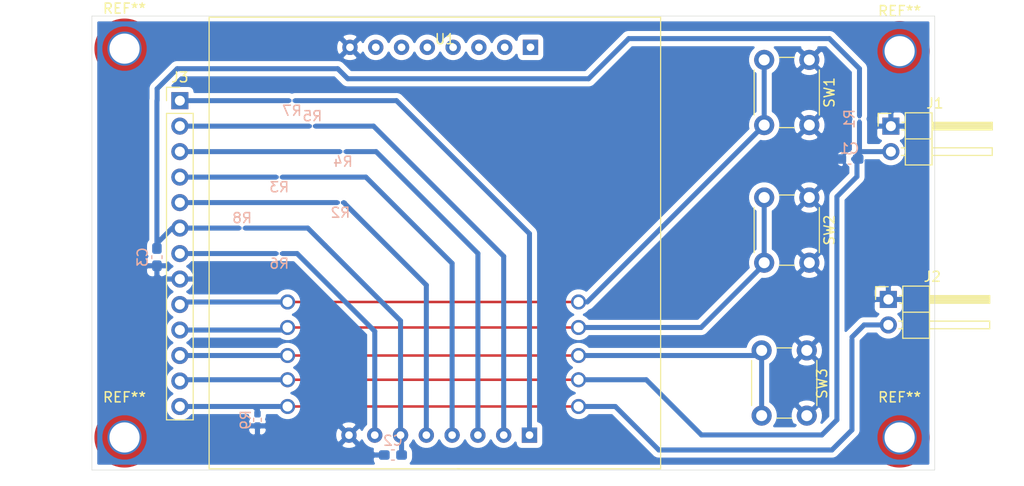
<source format=kicad_pcb>
(kicad_pcb (version 20171130) (host pcbnew "(5.1.10)-1")

  (general
    (thickness 1.6)
    (drawings 10)
    (tracks 104)
    (zones 0)
    (modules 23)
    (nets 21)
  )

  (page A4)
  (layers
    (0 F.Cu signal)
    (31 B.Cu signal)
    (32 B.Adhes user)
    (33 F.Adhes user)
    (34 B.Paste user)
    (35 F.Paste user)
    (36 B.SilkS user)
    (37 F.SilkS user)
    (38 B.Mask user)
    (39 F.Mask user)
    (40 Dwgs.User user)
    (41 Cmts.User user)
    (42 Eco1.User user)
    (43 Eco2.User user)
    (44 Edge.Cuts user)
    (45 Margin user)
    (46 B.CrtYd user)
    (47 F.CrtYd user)
    (48 B.Fab user)
    (49 F.Fab user)
  )

  (setup
    (last_trace_width 0.25)
    (trace_clearance 0.2)
    (zone_clearance 0.508)
    (zone_45_only no)
    (trace_min 0.5)
    (via_size 0.8)
    (via_drill 0.4)
    (via_min_size 0.4)
    (via_min_drill 0.3)
    (uvia_size 0.3)
    (uvia_drill 0.1)
    (uvias_allowed no)
    (uvia_min_size 0.2)
    (uvia_min_drill 0.1)
    (edge_width 0.05)
    (segment_width 0.2)
    (pcb_text_width 0.3)
    (pcb_text_size 1.5 1.5)
    (mod_edge_width 0.12)
    (mod_text_size 1 1)
    (mod_text_width 0.15)
    (pad_size 1.524 1.524)
    (pad_drill 0.762)
    (pad_to_mask_clearance 0)
    (aux_axis_origin 71.5 66.75)
    (visible_elements 7FFFFFFF)
    (pcbplotparams
      (layerselection 0x010fc_ffffffff)
      (usegerberextensions false)
      (usegerberattributes true)
      (usegerberadvancedattributes true)
      (creategerberjobfile true)
      (excludeedgelayer true)
      (linewidth 0.100000)
      (plotframeref false)
      (viasonmask false)
      (mode 1)
      (useauxorigin false)
      (hpglpennumber 1)
      (hpglpenspeed 20)
      (hpglpendiameter 15.000000)
      (psnegative false)
      (psa4output false)
      (plotreference true)
      (plotvalue true)
      (plotinvisibletext false)
      (padsonsilk false)
      (subtractmaskfromsilk false)
      (outputformat 1)
      (mirror false)
      (drillshape 1)
      (scaleselection 1)
      (outputdirectory ""))
  )

  (net 0 "")
  (net 1 GND)
  (net 2 THERM)
  (net 3 BTN3)
  (net 4 BTN2)
  (net 5 BTN1)
  (net 6 BL)
  (net 7 +5V)
  (net 8 CLK)
  (net 9 DIN)
  (net 10 DC)
  (net 11 CE)
  (net 12 RST)
  (net 13 "Net-(R2-Pad2)")
  (net 14 "Net-(R3-Pad2)")
  (net 15 "Net-(R4-Pad2)")
  (net 16 "Net-(R5-Pad1)")
  (net 17 "Net-(R6-Pad2)")
  (net 18 "Net-(R7-Pad2)")
  (net 19 +3V3)
  (net 20 REL)

  (net_class Default "This is the default net class."
    (clearance 0.2)
    (trace_width 0.25)
    (via_dia 0.8)
    (via_drill 0.4)
    (uvia_dia 0.3)
    (uvia_drill 0.1)
    (add_net +3V3)
    (add_net +5V)
    (add_net BL)
    (add_net BTN1)
    (add_net BTN2)
    (add_net BTN3)
    (add_net CE)
    (add_net CLK)
    (add_net DC)
    (add_net DIN)
    (add_net GND)
    (add_net "Net-(R2-Pad2)")
    (add_net "Net-(R3-Pad2)")
    (add_net "Net-(R4-Pad2)")
    (add_net "Net-(R5-Pad1)")
    (add_net "Net-(R6-Pad2)")
    (add_net "Net-(R7-Pad2)")
    (add_net REL)
    (add_net RST)
    (add_net THERM)
  )

  (module Capacitor_SMD:C_0603_1608Metric_Pad1.08x0.95mm_HandSolder (layer B.Cu) (tedit 5F68FEEF) (tstamp 62458CD3)
    (at 147 81 180)
    (descr "Capacitor SMD 0603 (1608 Metric), square (rectangular) end terminal, IPC_7351 nominal with elongated pad for handsoldering. (Body size source: IPC-SM-782 page 76, https://www.pcb-3d.com/wordpress/wp-content/uploads/ipc-sm-782a_amendment_1_and_2.pdf), generated with kicad-footprint-generator")
    (tags "capacitor handsolder")
    (path /62484AAC)
    (attr smd)
    (fp_text reference C1 (at 0 1.05 180) (layer B.SilkS)
      (effects (font (size 1 1) (thickness 0.15)) (justify mirror))
    )
    (fp_text value 10uF (at 0 -1.05 180) (layer B.Fab)
      (effects (font (size 1 1) (thickness 0.15)) (justify mirror))
    )
    (fp_text user %R (at 0 0.68 180) (layer B.Fab)
      (effects (font (size 0.25 0.25) (thickness 0.04)) (justify mirror))
    )
    (fp_line (start -0.8 -0.4) (end -0.8 0.4) (layer B.Fab) (width 0.1))
    (fp_line (start -0.8 0.4) (end 0.8 0.4) (layer B.Fab) (width 0.1))
    (fp_line (start 0.8 0.4) (end 0.8 -0.4) (layer B.Fab) (width 0.1))
    (fp_line (start 0.8 -0.4) (end -0.8 -0.4) (layer B.Fab) (width 0.1))
    (fp_line (start -0.146267 0.51) (end 0.146267 0.51) (layer B.SilkS) (width 0.12))
    (fp_line (start -0.146267 -0.51) (end 0.146267 -0.51) (layer B.SilkS) (width 0.12))
    (fp_line (start -1.65 -0.73) (end -1.65 0.73) (layer B.CrtYd) (width 0.05))
    (fp_line (start -1.65 0.73) (end 1.65 0.73) (layer B.CrtYd) (width 0.05))
    (fp_line (start 1.65 0.73) (end 1.65 -0.73) (layer B.CrtYd) (width 0.05))
    (fp_line (start 1.65 -0.73) (end -1.65 -0.73) (layer B.CrtYd) (width 0.05))
    (pad 2 smd roundrect (at 0.8625 0 180) (size 1.075 0.95) (layers B.Cu B.Paste B.Mask) (roundrect_rratio 0.25)
      (net 1 GND))
    (pad 1 smd roundrect (at -0.8625 0 180) (size 1.075 0.95) (layers B.Cu B.Paste B.Mask) (roundrect_rratio 0.25)
      (net 2 THERM))
    (model ${KISYS3DMOD}/Capacitor_SMD.3dshapes/C_0603_1608Metric.wrl
      (at (xyz 0 0 0))
      (scale (xyz 1 1 1))
      (rotate (xyz 0 0 0))
    )
  )

  (module MountingHole:MountingHole_3mm_Pad_TopOnly (layer F.Cu) (tedit 56D1B4CB) (tstamp 6247EB04)
    (at 74.75 108.75)
    (descr "Mounting Hole 3mm")
    (tags "mounting hole 3mm")
    (attr virtual)
    (fp_text reference REF** (at 0 -4) (layer F.SilkS)
      (effects (font (size 1 1) (thickness 0.15)))
    )
    (fp_text value MountingHole_3mm_Pad_TopOnly (at 0 4) (layer F.Fab)
      (effects (font (size 1 1) (thickness 0.15)))
    )
    (fp_circle (center 0 0) (end 3.25 0) (layer F.CrtYd) (width 0.05))
    (fp_circle (center 0 0) (end 3 0) (layer Cmts.User) (width 0.15))
    (fp_text user %R (at 0.3 0) (layer F.Fab)
      (effects (font (size 1 1) (thickness 0.15)))
    )
    (pad 1 connect circle (at 0 0) (size 6 6) (layers F.Cu F.Mask))
    (pad 1 thru_hole circle (at 0 0) (size 3.4 3.4) (drill 3) (layers *.Cu *.Mask))
  )

  (module MountingHole:MountingHole_3mm_Pad_TopOnly (layer F.Cu) (tedit 56D1B4CB) (tstamp 6247EAD3)
    (at 74.75 70)
    (descr "Mounting Hole 3mm")
    (tags "mounting hole 3mm")
    (attr virtual)
    (fp_text reference REF** (at 0 -4) (layer F.SilkS)
      (effects (font (size 1 1) (thickness 0.15)))
    )
    (fp_text value MountingHole_3mm_Pad_TopOnly (at 0 4) (layer F.Fab)
      (effects (font (size 1 1) (thickness 0.15)))
    )
    (fp_circle (center 0 0) (end 3.25 0) (layer F.CrtYd) (width 0.05))
    (fp_circle (center 0 0) (end 3 0) (layer Cmts.User) (width 0.15))
    (fp_text user %R (at 0.3 0) (layer F.Fab)
      (effects (font (size 1 1) (thickness 0.15)))
    )
    (pad 1 connect circle (at 0 0) (size 6 6) (layers F.Cu F.Mask))
    (pad 1 thru_hole circle (at 0 0) (size 3.4 3.4) (drill 3) (layers *.Cu *.Mask))
  )

  (module MountingHole:MountingHole_3mm_Pad_TopOnly (layer F.Cu) (tedit 56D1B4CB) (tstamp 6247EAAA)
    (at 152 108.75)
    (descr "Mounting Hole 3mm")
    (tags "mounting hole 3mm")
    (attr virtual)
    (fp_text reference REF** (at 0 -4) (layer F.SilkS)
      (effects (font (size 1 1) (thickness 0.15)))
    )
    (fp_text value MountingHole_3mm_Pad_TopOnly (at 0 4) (layer F.Fab)
      (effects (font (size 1 1) (thickness 0.15)))
    )
    (fp_circle (center 0 0) (end 3.25 0) (layer F.CrtYd) (width 0.05))
    (fp_circle (center 0 0) (end 3 0) (layer Cmts.User) (width 0.15))
    (fp_text user %R (at 0.3 0) (layer F.Fab)
      (effects (font (size 1 1) (thickness 0.15)))
    )
    (pad 1 connect circle (at 0 0) (size 6 6) (layers F.Cu F.Mask))
    (pad 1 thru_hole circle (at 0 0) (size 3.4 3.4) (drill 3) (layers *.Cu *.Mask))
  )

  (module MountingHole:MountingHole_3mm_Pad_TopOnly (layer F.Cu) (tedit 56D1B4CB) (tstamp 6247EA81)
    (at 152 70.25)
    (descr "Mounting Hole 3mm")
    (tags "mounting hole 3mm")
    (attr virtual)
    (fp_text reference REF** (at 0 -4) (layer F.SilkS)
      (effects (font (size 1 1) (thickness 0.15)))
    )
    (fp_text value MountingHole_3mm_Pad_TopOnly (at 0 4) (layer F.Fab)
      (effects (font (size 1 1) (thickness 0.15)))
    )
    (fp_circle (center 0 0) (end 3.25 0) (layer F.CrtYd) (width 0.05))
    (fp_circle (center 0 0) (end 3 0) (layer Cmts.User) (width 0.15))
    (fp_text user %R (at 0.3 0) (layer F.Fab)
      (effects (font (size 1 1) (thickness 0.15)))
    )
    (pad 1 connect circle (at 0 0) (size 6 6) (layers F.Cu F.Mask))
    (pad 1 thru_hole circle (at 0 0) (size 3.4 3.4) (drill 3) (layers *.Cu *.Mask))
  )

  (module Resistor_SMD:R_0402_1005Metric_Pad0.72x0.64mm_HandSolder (layer B.Cu) (tedit 5F6BB9E0) (tstamp 624785E6)
    (at 88 107 270)
    (descr "Resistor SMD 0402 (1005 Metric), square (rectangular) end terminal, IPC_7351 nominal with elongated pad for handsoldering. (Body size source: IPC-SM-782 page 72, https://www.pcb-3d.com/wordpress/wp-content/uploads/ipc-sm-782a_amendment_1_and_2.pdf), generated with kicad-footprint-generator")
    (tags "resistor handsolder")
    (path /624AA49D)
    (attr smd)
    (fp_text reference R9 (at 0 1.17 90) (layer B.SilkS)
      (effects (font (size 1 1) (thickness 0.15)) (justify mirror))
    )
    (fp_text value 10k (at 0 -1.17 90) (layer B.Fab)
      (effects (font (size 1 1) (thickness 0.15)) (justify mirror))
    )
    (fp_line (start 1.1 -0.47) (end -1.1 -0.47) (layer B.CrtYd) (width 0.05))
    (fp_line (start 1.1 0.47) (end 1.1 -0.47) (layer B.CrtYd) (width 0.05))
    (fp_line (start -1.1 0.47) (end 1.1 0.47) (layer B.CrtYd) (width 0.05))
    (fp_line (start -1.1 -0.47) (end -1.1 0.47) (layer B.CrtYd) (width 0.05))
    (fp_line (start -0.167621 -0.38) (end 0.167621 -0.38) (layer B.SilkS) (width 0.12))
    (fp_line (start -0.167621 0.38) (end 0.167621 0.38) (layer B.SilkS) (width 0.12))
    (fp_line (start 0.525 -0.27) (end -0.525 -0.27) (layer B.Fab) (width 0.1))
    (fp_line (start 0.525 0.27) (end 0.525 -0.27) (layer B.Fab) (width 0.1))
    (fp_line (start -0.525 0.27) (end 0.525 0.27) (layer B.Fab) (width 0.1))
    (fp_line (start -0.525 -0.27) (end -0.525 0.27) (layer B.Fab) (width 0.1))
    (fp_text user %R (at 0 0 90) (layer B.Fab)
      (effects (font (size 0.26 0.26) (thickness 0.04)) (justify mirror))
    )
    (pad 2 smd roundrect (at 0.5975 0 270) (size 0.715 0.64) (layers B.Cu B.Paste B.Mask) (roundrect_rratio 0.25)
      (net 1 GND))
    (pad 1 smd roundrect (at -0.5975 0 270) (size 0.715 0.64) (layers B.Cu B.Paste B.Mask) (roundrect_rratio 0.25)
      (net 20 REL))
    (model ${KISYS3DMOD}/Resistor_SMD.3dshapes/R_0402_1005Metric.wrl
      (at (xyz 0 0 0))
      (scale (xyz 1 1 1))
      (rotate (xyz 0 0 0))
    )
  )

  (module Nokia_5510_display_module:NOKIA_5510_display_module (layer F.Cu) (tedit 62455559) (tstamp 62458941)
    (at 106.68 71.12)
    (path /6245D197)
    (fp_text reference U1 (at 0 -2.07) (layer F.SilkS)
      (effects (font (size 1 1) (thickness 0.15)))
    )
    (fp_text value Nokia_5510_display_module (at 0 -3.07) (layer F.Fab)
      (effects (font (size 1 1) (thickness 0.15)))
    )
    (fp_poly (pts (xy 4.25 16) (xy 1 16) (xy 1 24.75) (xy -2.5 24.75)
      (xy -2.5 16) (xy -6 16) (xy -0.75 9.5)) (layer F.Mask) (width 0.1))
    (fp_line (start -23.5 40.75) (end 1.5 40.75) (layer F.SilkS) (width 0.12))
    (fp_line (start -23.5 -4.25) (end -23.5 40.75) (layer F.SilkS) (width 0.12))
    (fp_line (start 21.5 -4.25) (end -23.5 -4.25) (layer F.SilkS) (width 0.12))
    (fp_line (start 21.5 40.75) (end 21.5 -4.25) (layer F.SilkS) (width 0.12))
    (fp_line (start 1.25 40.75) (end 21.5 40.75) (layer F.SilkS) (width 0.12))
    (pad 6 thru_hole circle (at -4.42 37.4) (size 1.524 1.524) (drill 0.762) (layers *.Cu *.Mask)
      (net 19 +3V3))
    (pad 5 thru_hole circle (at -1.85 37.4) (size 1.524 1.524) (drill 0.762) (layers *.Cu *.Mask)
      (net 13 "Net-(R2-Pad2)"))
    (pad 7 thru_hole circle (at -6.99 37.4) (size 1.524 1.524) (drill 0.762) (layers *.Cu *.Mask)
      (net 17 "Net-(R6-Pad2)"))
    (pad 3 thru_hole circle (at 3.29 37.4) (size 1.524 1.524) (drill 0.762) (layers *.Cu *.Mask)
      (net 15 "Net-(R4-Pad2)"))
    (pad 1 thru_hole rect (at 8.43 37.4) (size 1.524 1.524) (drill 0.762) (layers *.Cu *.Mask)
      (net 18 "Net-(R7-Pad2)"))
    (pad 4 thru_hole circle (at 0.72 37.4) (size 1.524 1.524) (drill 0.762) (layers *.Cu *.Mask)
      (net 14 "Net-(R3-Pad2)"))
    (pad 8 thru_hole circle (at -9.56 37.4) (size 1.524 1.524) (drill 0.762) (layers *.Cu *.Mask)
      (net 1 GND))
    (pad 2 thru_hole circle (at 5.86 37.4) (size 1.524 1.524) (drill 0.762) (layers *.Cu *.Mask)
      (net 16 "Net-(R5-Pad1)"))
    (pad 8 thru_hole circle (at -9.46 -1.25) (size 1.524 1.524) (drill 0.762) (layers *.Cu *.Mask)
      (net 1 GND))
    (pad 1 thru_hole rect (at 8.53 -1.25) (size 1.524 1.524) (drill 0.762) (layers *.Cu *.Mask)
      (net 18 "Net-(R7-Pad2)"))
    (pad 2 thru_hole circle (at 5.96 -1.25) (size 1.524 1.524) (drill 0.762) (layers *.Cu *.Mask)
      (net 16 "Net-(R5-Pad1)"))
    (pad 3 thru_hole circle (at 3.39 -1.25) (size 1.524 1.524) (drill 0.762) (layers *.Cu *.Mask)
      (net 15 "Net-(R4-Pad2)"))
    (pad 4 thru_hole circle (at 0.82 -1.25) (size 1.524 1.524) (drill 0.762) (layers *.Cu *.Mask)
      (net 14 "Net-(R3-Pad2)"))
    (pad 5 thru_hole circle (at -1.75 -1.25) (size 1.524 1.524) (drill 0.762) (layers *.Cu *.Mask)
      (net 13 "Net-(R2-Pad2)"))
    (pad 6 thru_hole circle (at -4.32 -1.25) (size 1.524 1.524) (drill 0.762) (layers *.Cu *.Mask)
      (net 19 +3V3))
    (pad 7 thru_hole circle (at -6.89 -1.25) (size 1.524 1.524) (drill 0.762) (layers *.Cu *.Mask)
      (net 17 "Net-(R6-Pad2)"))
  )

  (module Connector_PinHeader_2.54mm:PinHeader_1x13_P2.54mm_Vertical (layer F.Cu) (tedit 59FED5CC) (tstamp 62474260)
    (at 80.264 75.184)
    (descr "Through hole straight pin header, 1x13, 2.54mm pitch, single row")
    (tags "Through hole pin header THT 1x13 2.54mm single row")
    (path /6247934C)
    (fp_text reference J3 (at 0 -2.33) (layer F.SilkS)
      (effects (font (size 1 1) (thickness 0.15)))
    )
    (fp_text value Conn_01x13 (at 0 32.81) (layer F.Fab)
      (effects (font (size 1 1) (thickness 0.15)))
    )
    (fp_line (start 1.8 -1.8) (end -1.8 -1.8) (layer F.CrtYd) (width 0.05))
    (fp_line (start 1.8 32.25) (end 1.8 -1.8) (layer F.CrtYd) (width 0.05))
    (fp_line (start -1.8 32.25) (end 1.8 32.25) (layer F.CrtYd) (width 0.05))
    (fp_line (start -1.8 -1.8) (end -1.8 32.25) (layer F.CrtYd) (width 0.05))
    (fp_line (start -1.33 -1.33) (end 0 -1.33) (layer F.SilkS) (width 0.12))
    (fp_line (start -1.33 0) (end -1.33 -1.33) (layer F.SilkS) (width 0.12))
    (fp_line (start -1.33 1.27) (end 1.33 1.27) (layer F.SilkS) (width 0.12))
    (fp_line (start 1.33 1.27) (end 1.33 31.81) (layer F.SilkS) (width 0.12))
    (fp_line (start -1.33 1.27) (end -1.33 31.81) (layer F.SilkS) (width 0.12))
    (fp_line (start -1.33 31.81) (end 1.33 31.81) (layer F.SilkS) (width 0.12))
    (fp_line (start -1.27 -0.635) (end -0.635 -1.27) (layer F.Fab) (width 0.1))
    (fp_line (start -1.27 31.75) (end -1.27 -0.635) (layer F.Fab) (width 0.1))
    (fp_line (start 1.27 31.75) (end -1.27 31.75) (layer F.Fab) (width 0.1))
    (fp_line (start 1.27 -1.27) (end 1.27 31.75) (layer F.Fab) (width 0.1))
    (fp_line (start -0.635 -1.27) (end 1.27 -1.27) (layer F.Fab) (width 0.1))
    (fp_text user %R (at 0 15.24 90) (layer F.Fab)
      (effects (font (size 1 1) (thickness 0.15)))
    )
    (pad 13 thru_hole oval (at 0 30.48) (size 1.7 1.7) (drill 1) (layers *.Cu *.Mask)
      (net 20 REL))
    (pad 12 thru_hole oval (at 0 27.94) (size 1.7 1.7) (drill 1) (layers *.Cu *.Mask)
      (net 2 THERM))
    (pad 11 thru_hole oval (at 0 25.4) (size 1.7 1.7) (drill 1) (layers *.Cu *.Mask)
      (net 3 BTN3))
    (pad 10 thru_hole oval (at 0 22.86) (size 1.7 1.7) (drill 1) (layers *.Cu *.Mask)
      (net 4 BTN2))
    (pad 9 thru_hole oval (at 0 20.32) (size 1.7 1.7) (drill 1) (layers *.Cu *.Mask)
      (net 5 BTN1))
    (pad 8 thru_hole oval (at 0 17.78) (size 1.7 1.7) (drill 1) (layers *.Cu *.Mask)
      (net 1 GND))
    (pad 7 thru_hole oval (at 0 15.24) (size 1.7 1.7) (drill 1) (layers *.Cu *.Mask)
      (net 6 BL))
    (pad 6 thru_hole oval (at 0 12.7) (size 1.7 1.7) (drill 1) (layers *.Cu *.Mask)
      (net 7 +5V))
    (pad 5 thru_hole oval (at 0 10.16) (size 1.7 1.7) (drill 1) (layers *.Cu *.Mask)
      (net 8 CLK))
    (pad 4 thru_hole oval (at 0 7.62) (size 1.7 1.7) (drill 1) (layers *.Cu *.Mask)
      (net 9 DIN))
    (pad 3 thru_hole oval (at 0 5.08) (size 1.7 1.7) (drill 1) (layers *.Cu *.Mask)
      (net 10 DC))
    (pad 2 thru_hole oval (at 0 2.54) (size 1.7 1.7) (drill 1) (layers *.Cu *.Mask)
      (net 11 CE))
    (pad 1 thru_hole rect (at 0 0) (size 1.7 1.7) (drill 1) (layers *.Cu *.Mask)
      (net 12 RST))
    (model ${KISYS3DMOD}/Connector_PinHeader_2.54mm.3dshapes/PinHeader_1x13_P2.54mm_Vertical.wrl
      (at (xyz 0 0 0))
      (scale (xyz 1 1 1))
      (rotate (xyz 0 0 0))
    )
  )

  (module Connector_PinHeader_2.54mm:PinHeader_1x02_P2.54mm_Horizontal (layer F.Cu) (tedit 59FED5CB) (tstamp 6247423F)
    (at 150.876 94.996)
    (descr "Through hole angled pin header, 1x02, 2.54mm pitch, 6mm pin length, single row")
    (tags "Through hole angled pin header THT 1x02 2.54mm single row")
    (path /6247BBE1)
    (fp_text reference J2 (at 4.385 -2.27) (layer F.SilkS)
      (effects (font (size 1 1) (thickness 0.15)))
    )
    (fp_text value Conn_01x02 (at 4.385 4.81) (layer F.Fab)
      (effects (font (size 1 1) (thickness 0.15)))
    )
    (fp_line (start 10.55 -1.8) (end -1.8 -1.8) (layer F.CrtYd) (width 0.05))
    (fp_line (start 10.55 4.35) (end 10.55 -1.8) (layer F.CrtYd) (width 0.05))
    (fp_line (start -1.8 4.35) (end 10.55 4.35) (layer F.CrtYd) (width 0.05))
    (fp_line (start -1.8 -1.8) (end -1.8 4.35) (layer F.CrtYd) (width 0.05))
    (fp_line (start -1.27 -1.27) (end 0 -1.27) (layer F.SilkS) (width 0.12))
    (fp_line (start -1.27 0) (end -1.27 -1.27) (layer F.SilkS) (width 0.12))
    (fp_line (start 1.042929 2.92) (end 1.44 2.92) (layer F.SilkS) (width 0.12))
    (fp_line (start 1.042929 2.16) (end 1.44 2.16) (layer F.SilkS) (width 0.12))
    (fp_line (start 10.1 2.92) (end 4.1 2.92) (layer F.SilkS) (width 0.12))
    (fp_line (start 10.1 2.16) (end 10.1 2.92) (layer F.SilkS) (width 0.12))
    (fp_line (start 4.1 2.16) (end 10.1 2.16) (layer F.SilkS) (width 0.12))
    (fp_line (start 1.44 1.27) (end 4.1 1.27) (layer F.SilkS) (width 0.12))
    (fp_line (start 1.11 0.38) (end 1.44 0.38) (layer F.SilkS) (width 0.12))
    (fp_line (start 1.11 -0.38) (end 1.44 -0.38) (layer F.SilkS) (width 0.12))
    (fp_line (start 4.1 0.28) (end 10.1 0.28) (layer F.SilkS) (width 0.12))
    (fp_line (start 4.1 0.16) (end 10.1 0.16) (layer F.SilkS) (width 0.12))
    (fp_line (start 4.1 0.04) (end 10.1 0.04) (layer F.SilkS) (width 0.12))
    (fp_line (start 4.1 -0.08) (end 10.1 -0.08) (layer F.SilkS) (width 0.12))
    (fp_line (start 4.1 -0.2) (end 10.1 -0.2) (layer F.SilkS) (width 0.12))
    (fp_line (start 4.1 -0.32) (end 10.1 -0.32) (layer F.SilkS) (width 0.12))
    (fp_line (start 10.1 0.38) (end 4.1 0.38) (layer F.SilkS) (width 0.12))
    (fp_line (start 10.1 -0.38) (end 10.1 0.38) (layer F.SilkS) (width 0.12))
    (fp_line (start 4.1 -0.38) (end 10.1 -0.38) (layer F.SilkS) (width 0.12))
    (fp_line (start 4.1 -1.33) (end 1.44 -1.33) (layer F.SilkS) (width 0.12))
    (fp_line (start 4.1 3.87) (end 4.1 -1.33) (layer F.SilkS) (width 0.12))
    (fp_line (start 1.44 3.87) (end 4.1 3.87) (layer F.SilkS) (width 0.12))
    (fp_line (start 1.44 -1.33) (end 1.44 3.87) (layer F.SilkS) (width 0.12))
    (fp_line (start 4.04 2.86) (end 10.04 2.86) (layer F.Fab) (width 0.1))
    (fp_line (start 10.04 2.22) (end 10.04 2.86) (layer F.Fab) (width 0.1))
    (fp_line (start 4.04 2.22) (end 10.04 2.22) (layer F.Fab) (width 0.1))
    (fp_line (start -0.32 2.86) (end 1.5 2.86) (layer F.Fab) (width 0.1))
    (fp_line (start -0.32 2.22) (end -0.32 2.86) (layer F.Fab) (width 0.1))
    (fp_line (start -0.32 2.22) (end 1.5 2.22) (layer F.Fab) (width 0.1))
    (fp_line (start 4.04 0.32) (end 10.04 0.32) (layer F.Fab) (width 0.1))
    (fp_line (start 10.04 -0.32) (end 10.04 0.32) (layer F.Fab) (width 0.1))
    (fp_line (start 4.04 -0.32) (end 10.04 -0.32) (layer F.Fab) (width 0.1))
    (fp_line (start -0.32 0.32) (end 1.5 0.32) (layer F.Fab) (width 0.1))
    (fp_line (start -0.32 -0.32) (end -0.32 0.32) (layer F.Fab) (width 0.1))
    (fp_line (start -0.32 -0.32) (end 1.5 -0.32) (layer F.Fab) (width 0.1))
    (fp_line (start 1.5 -0.635) (end 2.135 -1.27) (layer F.Fab) (width 0.1))
    (fp_line (start 1.5 3.81) (end 1.5 -0.635) (layer F.Fab) (width 0.1))
    (fp_line (start 4.04 3.81) (end 1.5 3.81) (layer F.Fab) (width 0.1))
    (fp_line (start 4.04 -1.27) (end 4.04 3.81) (layer F.Fab) (width 0.1))
    (fp_line (start 2.135 -1.27) (end 4.04 -1.27) (layer F.Fab) (width 0.1))
    (fp_text user %R (at 2.77 1.27 90) (layer F.Fab)
      (effects (font (size 1 1) (thickness 0.15)))
    )
    (pad 2 thru_hole oval (at 0 2.54) (size 1.7 1.7) (drill 1) (layers *.Cu *.Mask)
      (net 20 REL))
    (pad 1 thru_hole rect (at 0 0) (size 1.7 1.7) (drill 1) (layers *.Cu *.Mask)
      (net 1 GND))
    (model ${KISYS3DMOD}/Connector_PinHeader_2.54mm.3dshapes/PinHeader_1x02_P2.54mm_Horizontal.wrl
      (at (xyz 0 0 0))
      (scale (xyz 1 1 1))
      (rotate (xyz 0 0 0))
    )
  )

  (module Capacitor_SMD:C_0603_1608Metric_Pad1.08x0.95mm_HandSolder (layer B.Cu) (tedit 5F68FEEF) (tstamp 624741A8)
    (at 77.978 90.7785 270)
    (descr "Capacitor SMD 0603 (1608 Metric), square (rectangular) end terminal, IPC_7351 nominal with elongated pad for handsoldering. (Body size source: IPC-SM-782 page 76, https://www.pcb-3d.com/wordpress/wp-content/uploads/ipc-sm-782a_amendment_1_and_2.pdf), generated with kicad-footprint-generator")
    (tags "capacitor handsolder")
    (path /62474919)
    (attr smd)
    (fp_text reference C3 (at 0 1.43 270) (layer B.SilkS)
      (effects (font (size 1 1) (thickness 0.15)) (justify mirror))
    )
    (fp_text value 100u (at 0 -1.43 270) (layer B.Fab)
      (effects (font (size 1 1) (thickness 0.15)) (justify mirror))
    )
    (fp_line (start 1.65 -0.73) (end -1.65 -0.73) (layer B.CrtYd) (width 0.05))
    (fp_line (start 1.65 0.73) (end 1.65 -0.73) (layer B.CrtYd) (width 0.05))
    (fp_line (start -1.65 0.73) (end 1.65 0.73) (layer B.CrtYd) (width 0.05))
    (fp_line (start -1.65 -0.73) (end -1.65 0.73) (layer B.CrtYd) (width 0.05))
    (fp_line (start -0.146267 -0.51) (end 0.146267 -0.51) (layer B.SilkS) (width 0.12))
    (fp_line (start -0.146267 0.51) (end 0.146267 0.51) (layer B.SilkS) (width 0.12))
    (fp_line (start 0.8 -0.4) (end -0.8 -0.4) (layer B.Fab) (width 0.1))
    (fp_line (start 0.8 0.4) (end 0.8 -0.4) (layer B.Fab) (width 0.1))
    (fp_line (start -0.8 0.4) (end 0.8 0.4) (layer B.Fab) (width 0.1))
    (fp_line (start -0.8 -0.4) (end -0.8 0.4) (layer B.Fab) (width 0.1))
    (fp_text user %R (at 0 0 270) (layer B.Fab)
      (effects (font (size 0.4 0.4) (thickness 0.06)) (justify mirror))
    )
    (pad 2 smd roundrect (at 0.8625 0 270) (size 1.075 0.95) (layers B.Cu B.Paste B.Mask) (roundrect_rratio 0.25)
      (net 1 GND))
    (pad 1 smd roundrect (at -0.8625 0 270) (size 1.075 0.95) (layers B.Cu B.Paste B.Mask) (roundrect_rratio 0.25)
      (net 7 +5V))
    (model ${KISYS3DMOD}/Capacitor_SMD.3dshapes/C_0603_1608Metric.wrl
      (at (xyz 0 0 0))
      (scale (xyz 1 1 1))
      (rotate (xyz 0 0 0))
    )
  )

  (module Capacitor_SMD:C_0603_1608Metric_Pad1.08x0.95mm_HandSolder (layer B.Cu) (tedit 5F68FEEF) (tstamp 62474197)
    (at 101.5 110.5 180)
    (descr "Capacitor SMD 0603 (1608 Metric), square (rectangular) end terminal, IPC_7351 nominal with elongated pad for handsoldering. (Body size source: IPC-SM-782 page 76, https://www.pcb-3d.com/wordpress/wp-content/uploads/ipc-sm-782a_amendment_1_and_2.pdf), generated with kicad-footprint-generator")
    (tags "capacitor handsolder")
    (path /62475604)
    (attr smd)
    (fp_text reference C2 (at 0 1.43 180) (layer B.SilkS)
      (effects (font (size 1 1) (thickness 0.15)) (justify mirror))
    )
    (fp_text value 100u (at 0 -1.43 180) (layer B.Fab)
      (effects (font (size 1 1) (thickness 0.15)) (justify mirror))
    )
    (fp_line (start 1.65 -0.73) (end -1.65 -0.73) (layer B.CrtYd) (width 0.05))
    (fp_line (start 1.65 0.73) (end 1.65 -0.73) (layer B.CrtYd) (width 0.05))
    (fp_line (start -1.65 0.73) (end 1.65 0.73) (layer B.CrtYd) (width 0.05))
    (fp_line (start -1.65 -0.73) (end -1.65 0.73) (layer B.CrtYd) (width 0.05))
    (fp_line (start -0.146267 -0.51) (end 0.146267 -0.51) (layer B.SilkS) (width 0.12))
    (fp_line (start -0.146267 0.51) (end 0.146267 0.51) (layer B.SilkS) (width 0.12))
    (fp_line (start 0.8 -0.4) (end -0.8 -0.4) (layer B.Fab) (width 0.1))
    (fp_line (start 0.8 0.4) (end 0.8 -0.4) (layer B.Fab) (width 0.1))
    (fp_line (start -0.8 0.4) (end 0.8 0.4) (layer B.Fab) (width 0.1))
    (fp_line (start -0.8 -0.4) (end -0.8 0.4) (layer B.Fab) (width 0.1))
    (fp_text user %R (at 0 0 180) (layer B.Fab)
      (effects (font (size 0.4 0.4) (thickness 0.06)) (justify mirror))
    )
    (pad 2 smd roundrect (at 0.8625 0 180) (size 1.075 0.95) (layers B.Cu B.Paste B.Mask) (roundrect_rratio 0.25)
      (net 1 GND))
    (pad 1 smd roundrect (at -0.8625 0 180) (size 1.075 0.95) (layers B.Cu B.Paste B.Mask) (roundrect_rratio 0.25)
      (net 19 +3V3))
    (model ${KISYS3DMOD}/Capacitor_SMD.3dshapes/C_0603_1608Metric.wrl
      (at (xyz 0 0 0))
      (scale (xyz 1 1 1))
      (rotate (xyz 0 0 0))
    )
  )

  (module Button_Switch_THT:SW_PUSH_6mm (layer F.Cu) (tedit 5A02FE31) (tstamp 62458B43)
    (at 142.748 100.076 270)
    (descr https://www.omron.com/ecb/products/pdf/en-b3f.pdf)
    (tags "tact sw push 6mm")
    (path /6247F3B8)
    (fp_text reference SW3 (at 3.302 -1.524 90) (layer F.SilkS)
      (effects (font (size 1 1) (thickness 0.15)))
    )
    (fp_text value SW_Push (at 3.75 6.7 90) (layer F.Fab)
      (effects (font (size 1 1) (thickness 0.15)))
    )
    (fp_line (start 3.25 -0.75) (end 6.25 -0.75) (layer F.Fab) (width 0.1))
    (fp_line (start 6.25 -0.75) (end 6.25 5.25) (layer F.Fab) (width 0.1))
    (fp_line (start 6.25 5.25) (end 0.25 5.25) (layer F.Fab) (width 0.1))
    (fp_line (start 0.25 5.25) (end 0.25 -0.75) (layer F.Fab) (width 0.1))
    (fp_line (start 0.25 -0.75) (end 3.25 -0.75) (layer F.Fab) (width 0.1))
    (fp_line (start 7.75 6) (end 8 6) (layer F.CrtYd) (width 0.05))
    (fp_line (start 8 6) (end 8 5.75) (layer F.CrtYd) (width 0.05))
    (fp_line (start 7.75 -1.5) (end 8 -1.5) (layer F.CrtYd) (width 0.05))
    (fp_line (start 8 -1.5) (end 8 -1.25) (layer F.CrtYd) (width 0.05))
    (fp_line (start -1.5 -1.25) (end -1.5 -1.5) (layer F.CrtYd) (width 0.05))
    (fp_line (start -1.5 -1.5) (end -1.25 -1.5) (layer F.CrtYd) (width 0.05))
    (fp_line (start -1.5 5.75) (end -1.5 6) (layer F.CrtYd) (width 0.05))
    (fp_line (start -1.5 6) (end -1.25 6) (layer F.CrtYd) (width 0.05))
    (fp_line (start -1.25 -1.5) (end 7.75 -1.5) (layer F.CrtYd) (width 0.05))
    (fp_line (start -1.5 5.75) (end -1.5 -1.25) (layer F.CrtYd) (width 0.05))
    (fp_line (start 7.75 6) (end -1.25 6) (layer F.CrtYd) (width 0.05))
    (fp_line (start 8 -1.25) (end 8 5.75) (layer F.CrtYd) (width 0.05))
    (fp_line (start 1 5.5) (end 5.5 5.5) (layer F.SilkS) (width 0.12))
    (fp_line (start -0.25 1.5) (end -0.25 3) (layer F.SilkS) (width 0.12))
    (fp_line (start 5.5 -1) (end 1 -1) (layer F.SilkS) (width 0.12))
    (fp_line (start 6.75 3) (end 6.75 1.5) (layer F.SilkS) (width 0.12))
    (fp_circle (center 3.25 2.25) (end 1.25 2.5) (layer F.Fab) (width 0.1))
    (fp_text user %R (at 3.25 2.25 90) (layer F.Fab)
      (effects (font (size 1 1) (thickness 0.15)))
    )
    (pad 1 thru_hole circle (at 6.5 0) (size 2 2) (drill 1.1) (layers *.Cu *.Mask)
      (net 1 GND))
    (pad 2 thru_hole circle (at 6.5 4.5) (size 2 2) (drill 1.1) (layers *.Cu *.Mask)
      (net 3 BTN3))
    (pad 1 thru_hole circle (at 0 0) (size 2 2) (drill 1.1) (layers *.Cu *.Mask)
      (net 1 GND))
    (pad 2 thru_hole circle (at 0 4.5) (size 2 2) (drill 1.1) (layers *.Cu *.Mask)
      (net 3 BTN3))
    (model ${KISYS3DMOD}/Button_Switch_THT.3dshapes/SW_PUSH_6mm.wrl
      (at (xyz 0 0 0))
      (scale (xyz 1 1 1))
      (rotate (xyz 0 0 0))
    )
  )

  (module Button_Switch_THT:SW_PUSH_6mm (layer F.Cu) (tedit 5A02FE31) (tstamp 62458B9D)
    (at 143.002 84.836 270)
    (descr https://www.omron.com/ecb/products/pdf/en-b3f.pdf)
    (tags "tact sw push 6mm")
    (path /6247E81D)
    (fp_text reference SW2 (at 3.25 -2 90) (layer F.SilkS)
      (effects (font (size 1 1) (thickness 0.15)))
    )
    (fp_text value SW_Push (at 3.75 6.7 90) (layer F.Fab)
      (effects (font (size 1 1) (thickness 0.15)))
    )
    (fp_line (start 3.25 -0.75) (end 6.25 -0.75) (layer F.Fab) (width 0.1))
    (fp_line (start 6.25 -0.75) (end 6.25 5.25) (layer F.Fab) (width 0.1))
    (fp_line (start 6.25 5.25) (end 0.25 5.25) (layer F.Fab) (width 0.1))
    (fp_line (start 0.25 5.25) (end 0.25 -0.75) (layer F.Fab) (width 0.1))
    (fp_line (start 0.25 -0.75) (end 3.25 -0.75) (layer F.Fab) (width 0.1))
    (fp_line (start 7.75 6) (end 8 6) (layer F.CrtYd) (width 0.05))
    (fp_line (start 8 6) (end 8 5.75) (layer F.CrtYd) (width 0.05))
    (fp_line (start 7.75 -1.5) (end 8 -1.5) (layer F.CrtYd) (width 0.05))
    (fp_line (start 8 -1.5) (end 8 -1.25) (layer F.CrtYd) (width 0.05))
    (fp_line (start -1.5 -1.25) (end -1.5 -1.5) (layer F.CrtYd) (width 0.05))
    (fp_line (start -1.5 -1.5) (end -1.25 -1.5) (layer F.CrtYd) (width 0.05))
    (fp_line (start -1.5 5.75) (end -1.5 6) (layer F.CrtYd) (width 0.05))
    (fp_line (start -1.5 6) (end -1.25 6) (layer F.CrtYd) (width 0.05))
    (fp_line (start -1.25 -1.5) (end 7.75 -1.5) (layer F.CrtYd) (width 0.05))
    (fp_line (start -1.5 5.75) (end -1.5 -1.25) (layer F.CrtYd) (width 0.05))
    (fp_line (start 7.75 6) (end -1.25 6) (layer F.CrtYd) (width 0.05))
    (fp_line (start 8 -1.25) (end 8 5.75) (layer F.CrtYd) (width 0.05))
    (fp_line (start 1 5.5) (end 5.5 5.5) (layer F.SilkS) (width 0.12))
    (fp_line (start -0.25 1.5) (end -0.25 3) (layer F.SilkS) (width 0.12))
    (fp_line (start 5.5 -1) (end 1 -1) (layer F.SilkS) (width 0.12))
    (fp_line (start 6.75 3) (end 6.75 1.5) (layer F.SilkS) (width 0.12))
    (fp_circle (center 3.25 2.25) (end 1.25 2.5) (layer F.Fab) (width 0.1))
    (fp_text user %R (at 3.25 2.25 90) (layer F.Fab)
      (effects (font (size 1 1) (thickness 0.15)))
    )
    (pad 1 thru_hole circle (at 6.5 0) (size 2 2) (drill 1.1) (layers *.Cu *.Mask)
      (net 1 GND))
    (pad 2 thru_hole circle (at 6.5 4.5) (size 2 2) (drill 1.1) (layers *.Cu *.Mask)
      (net 4 BTN2))
    (pad 1 thru_hole circle (at 0 0) (size 2 2) (drill 1.1) (layers *.Cu *.Mask)
      (net 1 GND))
    (pad 2 thru_hole circle (at 0 4.5) (size 2 2) (drill 1.1) (layers *.Cu *.Mask)
      (net 4 BTN2))
    (model ${KISYS3DMOD}/Button_Switch_THT.3dshapes/SW_PUSH_6mm.wrl
      (at (xyz 0 0 0))
      (scale (xyz 1 1 1))
      (rotate (xyz 0 0 0))
    )
  )

  (module Button_Switch_THT:SW_PUSH_6mm (layer F.Cu) (tedit 5A02FE31) (tstamp 62458BF7)
    (at 143.002 71.12 270)
    (descr https://www.omron.com/ecb/products/pdf/en-b3f.pdf)
    (tags "tact sw push 6mm")
    (path /62479B0A)
    (fp_text reference SW1 (at 3.25 -2 90) (layer F.SilkS)
      (effects (font (size 1 1) (thickness 0.15)))
    )
    (fp_text value SW_Push (at 3.75 6.7 90) (layer F.Fab)
      (effects (font (size 1 1) (thickness 0.15)))
    )
    (fp_line (start 3.25 -0.75) (end 6.25 -0.75) (layer F.Fab) (width 0.1))
    (fp_line (start 6.25 -0.75) (end 6.25 5.25) (layer F.Fab) (width 0.1))
    (fp_line (start 6.25 5.25) (end 0.25 5.25) (layer F.Fab) (width 0.1))
    (fp_line (start 0.25 5.25) (end 0.25 -0.75) (layer F.Fab) (width 0.1))
    (fp_line (start 0.25 -0.75) (end 3.25 -0.75) (layer F.Fab) (width 0.1))
    (fp_line (start 7.75 6) (end 8 6) (layer F.CrtYd) (width 0.05))
    (fp_line (start 8 6) (end 8 5.75) (layer F.CrtYd) (width 0.05))
    (fp_line (start 7.75 -1.5) (end 8 -1.5) (layer F.CrtYd) (width 0.05))
    (fp_line (start 8 -1.5) (end 8 -1.25) (layer F.CrtYd) (width 0.05))
    (fp_line (start -1.5 -1.25) (end -1.5 -1.5) (layer F.CrtYd) (width 0.05))
    (fp_line (start -1.5 -1.5) (end -1.25 -1.5) (layer F.CrtYd) (width 0.05))
    (fp_line (start -1.5 5.75) (end -1.5 6) (layer F.CrtYd) (width 0.05))
    (fp_line (start -1.5 6) (end -1.25 6) (layer F.CrtYd) (width 0.05))
    (fp_line (start -1.25 -1.5) (end 7.75 -1.5) (layer F.CrtYd) (width 0.05))
    (fp_line (start -1.5 5.75) (end -1.5 -1.25) (layer F.CrtYd) (width 0.05))
    (fp_line (start 7.75 6) (end -1.25 6) (layer F.CrtYd) (width 0.05))
    (fp_line (start 8 -1.25) (end 8 5.75) (layer F.CrtYd) (width 0.05))
    (fp_line (start 1 5.5) (end 5.5 5.5) (layer F.SilkS) (width 0.12))
    (fp_line (start -0.25 1.5) (end -0.25 3) (layer F.SilkS) (width 0.12))
    (fp_line (start 5.5 -1) (end 1 -1) (layer F.SilkS) (width 0.12))
    (fp_line (start 6.75 3) (end 6.75 1.5) (layer F.SilkS) (width 0.12))
    (fp_circle (center 3.25 2.25) (end 1.25 2.5) (layer F.Fab) (width 0.1))
    (fp_text user %R (at 3.25 2.25 90) (layer F.Fab)
      (effects (font (size 1 1) (thickness 0.15)))
    )
    (pad 1 thru_hole circle (at 6.5 0) (size 2 2) (drill 1.1) (layers *.Cu *.Mask)
      (net 1 GND))
    (pad 2 thru_hole circle (at 6.5 4.5) (size 2 2) (drill 1.1) (layers *.Cu *.Mask)
      (net 5 BTN1))
    (pad 1 thru_hole circle (at 0 0) (size 2 2) (drill 1.1) (layers *.Cu *.Mask)
      (net 1 GND))
    (pad 2 thru_hole circle (at 0 4.5) (size 2 2) (drill 1.1) (layers *.Cu *.Mask)
      (net 5 BTN1))
    (model ${KISYS3DMOD}/Button_Switch_THT.3dshapes/SW_PUSH_6mm.wrl
      (at (xyz 0 0 0))
      (scale (xyz 1 1 1))
      (rotate (xyz 0 0 0))
    )
  )

  (module Resistor_SMD:R_01005_0402Metric_Pad0.57x0.30mm_HandSolder (layer B.Cu) (tedit 5F6BBCCE) (tstamp 62458A48)
    (at 86.4685 87.884 180)
    (descr "Resistor SMD 01005 (0402 Metric), square (rectangular) end terminal, IPC_7351 nominal with elongated pad for handsoldering. (Body size source: http://www.vishay.com/docs/20056/crcw01005e3.pdf), generated with kicad-footprint-generator")
    (tags "resistor handsolder")
    (path /62493473)
    (attr smd)
    (fp_text reference R8 (at 0 1) (layer B.SilkS)
      (effects (font (size 1 1) (thickness 0.15)) (justify mirror))
    )
    (fp_text value 10k (at 0 -1) (layer B.Fab)
      (effects (font (size 1 1) (thickness 0.15)) (justify mirror))
    )
    (fp_line (start 0.78 -0.3) (end -0.78 -0.3) (layer B.CrtYd) (width 0.05))
    (fp_line (start 0.78 0.3) (end 0.78 -0.3) (layer B.CrtYd) (width 0.05))
    (fp_line (start -0.78 0.3) (end 0.78 0.3) (layer B.CrtYd) (width 0.05))
    (fp_line (start -0.78 -0.3) (end -0.78 0.3) (layer B.CrtYd) (width 0.05))
    (fp_line (start 0.2 -0.1) (end -0.2 -0.1) (layer B.Fab) (width 0.1))
    (fp_line (start 0.2 0.1) (end 0.2 -0.1) (layer B.Fab) (width 0.1))
    (fp_line (start -0.2 0.1) (end 0.2 0.1) (layer B.Fab) (width 0.1))
    (fp_line (start -0.2 -0.1) (end -0.2 0.1) (layer B.Fab) (width 0.1))
    (fp_text user %R (at 0 0.62) (layer B.Fab)
      (effects (font (size 0.25 0.25) (thickness 0.04)) (justify mirror))
    )
    (pad "" smd roundrect (at -0.3625 0 180) (size 0.41 0.27) (layers B.Paste) (roundrect_rratio 0.25))
    (pad "" smd roundrect (at 0.3625 0 180) (size 0.41 0.27) (layers B.Paste) (roundrect_rratio 0.25))
    (pad 1 smd roundrect (at -0.3375 0 180) (size 0.575 0.3) (layers B.Cu B.Mask) (roundrect_rratio 0.25)
      (net 19 +3V3))
    (pad 2 smd roundrect (at 0.3375 0 180) (size 0.575 0.3) (layers B.Cu B.Mask) (roundrect_rratio 0.25)
      (net 7 +5V))
    (model ${KISYS3DMOD}/Resistor_SMD.3dshapes/R_01005_0402Metric.wrl
      (at (xyz 0 0 0))
      (scale (xyz 1 1 1))
      (rotate (xyz 0 0 0))
    )
  )

  (module Resistor_SMD:R_01005_0402Metric_Pad0.57x0.30mm_HandSolder (layer B.Cu) (tedit 5F6BBCCE) (tstamp 62458C43)
    (at 91.44 75.184)
    (descr "Resistor SMD 01005 (0402 Metric), square (rectangular) end terminal, IPC_7351 nominal with elongated pad for handsoldering. (Body size source: http://www.vishay.com/docs/20056/crcw01005e3.pdf), generated with kicad-footprint-generator")
    (tags "resistor handsolder")
    (path /6245F22E)
    (attr smd)
    (fp_text reference R7 (at 0 1) (layer B.SilkS)
      (effects (font (size 1 1) (thickness 0.15)) (justify mirror))
    )
    (fp_text value 10k (at 0 -1) (layer B.Fab)
      (effects (font (size 1 1) (thickness 0.15)) (justify mirror))
    )
    (fp_line (start -0.2 -0.1) (end -0.2 0.1) (layer B.Fab) (width 0.1))
    (fp_line (start -0.2 0.1) (end 0.2 0.1) (layer B.Fab) (width 0.1))
    (fp_line (start 0.2 0.1) (end 0.2 -0.1) (layer B.Fab) (width 0.1))
    (fp_line (start 0.2 -0.1) (end -0.2 -0.1) (layer B.Fab) (width 0.1))
    (fp_line (start -0.78 -0.3) (end -0.78 0.3) (layer B.CrtYd) (width 0.05))
    (fp_line (start -0.78 0.3) (end 0.78 0.3) (layer B.CrtYd) (width 0.05))
    (fp_line (start 0.78 0.3) (end 0.78 -0.3) (layer B.CrtYd) (width 0.05))
    (fp_line (start 0.78 -0.3) (end -0.78 -0.3) (layer B.CrtYd) (width 0.05))
    (fp_text user %R (at 0 0.62) (layer B.Fab)
      (effects (font (size 0.25 0.25) (thickness 0.04)) (justify mirror))
    )
    (pad 2 smd roundrect (at 0.3375 0) (size 0.575 0.3) (layers B.Cu B.Mask) (roundrect_rratio 0.25)
      (net 18 "Net-(R7-Pad2)"))
    (pad 1 smd roundrect (at -0.3375 0) (size 0.575 0.3) (layers B.Cu B.Mask) (roundrect_rratio 0.25)
      (net 12 RST))
    (pad "" smd roundrect (at 0.3625 0) (size 0.41 0.27) (layers B.Paste) (roundrect_rratio 0.25))
    (pad "" smd roundrect (at -0.3625 0) (size 0.41 0.27) (layers B.Paste) (roundrect_rratio 0.25))
    (model ${KISYS3DMOD}/Resistor_SMD.3dshapes/R_01005_0402Metric.wrl
      (at (xyz 0 0 0))
      (scale (xyz 1 1 1))
      (rotate (xyz 0 0 0))
    )
  )

  (module Resistor_SMD:R_01005_0402Metric_Pad0.57x0.30mm_HandSolder (layer B.Cu) (tedit 5F6BBCCE) (tstamp 62458B05)
    (at 90.17 90.424)
    (descr "Resistor SMD 01005 (0402 Metric), square (rectangular) end terminal, IPC_7351 nominal with elongated pad for handsoldering. (Body size source: http://www.vishay.com/docs/20056/crcw01005e3.pdf), generated with kicad-footprint-generator")
    (tags "resistor handsolder")
    (path /6245EF76)
    (attr smd)
    (fp_text reference R6 (at 0 1) (layer B.SilkS)
      (effects (font (size 1 1) (thickness 0.15)) (justify mirror))
    )
    (fp_text value 440 (at 0 -1) (layer B.Fab)
      (effects (font (size 1 1) (thickness 0.15)) (justify mirror))
    )
    (fp_line (start 0.78 -0.3) (end -0.78 -0.3) (layer B.CrtYd) (width 0.05))
    (fp_line (start 0.78 0.3) (end 0.78 -0.3) (layer B.CrtYd) (width 0.05))
    (fp_line (start -0.78 0.3) (end 0.78 0.3) (layer B.CrtYd) (width 0.05))
    (fp_line (start -0.78 -0.3) (end -0.78 0.3) (layer B.CrtYd) (width 0.05))
    (fp_line (start 0.2 -0.1) (end -0.2 -0.1) (layer B.Fab) (width 0.1))
    (fp_line (start 0.2 0.1) (end 0.2 -0.1) (layer B.Fab) (width 0.1))
    (fp_line (start -0.2 0.1) (end 0.2 0.1) (layer B.Fab) (width 0.1))
    (fp_line (start -0.2 -0.1) (end -0.2 0.1) (layer B.Fab) (width 0.1))
    (fp_text user %R (at 0 0.62) (layer B.Fab)
      (effects (font (size 0.25 0.25) (thickness 0.04)) (justify mirror))
    )
    (pad "" smd roundrect (at -0.3625 0) (size 0.41 0.27) (layers B.Paste) (roundrect_rratio 0.25))
    (pad "" smd roundrect (at 0.3625 0) (size 0.41 0.27) (layers B.Paste) (roundrect_rratio 0.25))
    (pad 1 smd roundrect (at -0.3375 0) (size 0.575 0.3) (layers B.Cu B.Mask) (roundrect_rratio 0.25)
      (net 6 BL))
    (pad 2 smd roundrect (at 0.3375 0) (size 0.575 0.3) (layers B.Cu B.Mask) (roundrect_rratio 0.25)
      (net 17 "Net-(R6-Pad2)"))
    (model ${KISYS3DMOD}/Resistor_SMD.3dshapes/R_01005_0402Metric.wrl
      (at (xyz 0 0 0))
      (scale (xyz 1 1 1))
      (rotate (xyz 0 0 0))
    )
  )

  (module Resistor_SMD:R_01005_0402Metric_Pad0.57x0.30mm_HandSolder (layer B.Cu) (tedit 5F6BBCCE) (tstamp 62458C73)
    (at 93.472 77.724 180)
    (descr "Resistor SMD 01005 (0402 Metric), square (rectangular) end terminal, IPC_7351 nominal with elongated pad for handsoldering. (Body size source: http://www.vishay.com/docs/20056/crcw01005e3.pdf), generated with kicad-footprint-generator")
    (tags "resistor handsolder")
    (path /6245F560)
    (attr smd)
    (fp_text reference R5 (at 0 1) (layer B.SilkS)
      (effects (font (size 1 1) (thickness 0.15)) (justify mirror))
    )
    (fp_text value 1k (at 0 -1) (layer B.Fab)
      (effects (font (size 1 1) (thickness 0.15)) (justify mirror))
    )
    (fp_line (start -0.2 -0.1) (end -0.2 0.1) (layer B.Fab) (width 0.1))
    (fp_line (start -0.2 0.1) (end 0.2 0.1) (layer B.Fab) (width 0.1))
    (fp_line (start 0.2 0.1) (end 0.2 -0.1) (layer B.Fab) (width 0.1))
    (fp_line (start 0.2 -0.1) (end -0.2 -0.1) (layer B.Fab) (width 0.1))
    (fp_line (start -0.78 -0.3) (end -0.78 0.3) (layer B.CrtYd) (width 0.05))
    (fp_line (start -0.78 0.3) (end 0.78 0.3) (layer B.CrtYd) (width 0.05))
    (fp_line (start 0.78 0.3) (end 0.78 -0.3) (layer B.CrtYd) (width 0.05))
    (fp_line (start 0.78 -0.3) (end -0.78 -0.3) (layer B.CrtYd) (width 0.05))
    (fp_text user %R (at 0 0.62) (layer B.Fab)
      (effects (font (size 0.25 0.25) (thickness 0.04)) (justify mirror))
    )
    (pad 2 smd roundrect (at 0.3375 0 180) (size 0.575 0.3) (layers B.Cu B.Mask) (roundrect_rratio 0.25)
      (net 11 CE))
    (pad 1 smd roundrect (at -0.3375 0 180) (size 0.575 0.3) (layers B.Cu B.Mask) (roundrect_rratio 0.25)
      (net 16 "Net-(R5-Pad1)"))
    (pad "" smd roundrect (at 0.3625 0 180) (size 0.41 0.27) (layers B.Paste) (roundrect_rratio 0.25))
    (pad "" smd roundrect (at -0.3625 0 180) (size 0.41 0.27) (layers B.Paste) (roundrect_rratio 0.25))
    (model ${KISYS3DMOD}/Resistor_SMD.3dshapes/R_01005_0402Metric.wrl
      (at (xyz 0 0 0))
      (scale (xyz 1 1 1))
      (rotate (xyz 0 0 0))
    )
  )

  (module Resistor_SMD:R_01005_0402Metric_Pad0.57x0.30mm_HandSolder (layer B.Cu) (tedit 5F6BBCCE) (tstamp 62458CA3)
    (at 96.52 80.264)
    (descr "Resistor SMD 01005 (0402 Metric), square (rectangular) end terminal, IPC_7351 nominal with elongated pad for handsoldering. (Body size source: http://www.vishay.com/docs/20056/crcw01005e3.pdf), generated with kicad-footprint-generator")
    (tags "resistor handsolder")
    (path /6245D5FD)
    (attr smd)
    (fp_text reference R4 (at 0 1) (layer B.SilkS)
      (effects (font (size 1 1) (thickness 0.15)) (justify mirror))
    )
    (fp_text value 10k (at 0 -1) (layer B.Fab)
      (effects (font (size 1 1) (thickness 0.15)) (justify mirror))
    )
    (fp_line (start -0.2 -0.1) (end -0.2 0.1) (layer B.Fab) (width 0.1))
    (fp_line (start -0.2 0.1) (end 0.2 0.1) (layer B.Fab) (width 0.1))
    (fp_line (start 0.2 0.1) (end 0.2 -0.1) (layer B.Fab) (width 0.1))
    (fp_line (start 0.2 -0.1) (end -0.2 -0.1) (layer B.Fab) (width 0.1))
    (fp_line (start -0.78 -0.3) (end -0.78 0.3) (layer B.CrtYd) (width 0.05))
    (fp_line (start -0.78 0.3) (end 0.78 0.3) (layer B.CrtYd) (width 0.05))
    (fp_line (start 0.78 0.3) (end 0.78 -0.3) (layer B.CrtYd) (width 0.05))
    (fp_line (start 0.78 -0.3) (end -0.78 -0.3) (layer B.CrtYd) (width 0.05))
    (fp_text user %R (at 0 0.62) (layer B.Fab)
      (effects (font (size 0.25 0.25) (thickness 0.04)) (justify mirror))
    )
    (pad 2 smd roundrect (at 0.3375 0) (size 0.575 0.3) (layers B.Cu B.Mask) (roundrect_rratio 0.25)
      (net 15 "Net-(R4-Pad2)"))
    (pad 1 smd roundrect (at -0.3375 0) (size 0.575 0.3) (layers B.Cu B.Mask) (roundrect_rratio 0.25)
      (net 10 DC))
    (pad "" smd roundrect (at 0.3625 0) (size 0.41 0.27) (layers B.Paste) (roundrect_rratio 0.25))
    (pad "" smd roundrect (at -0.3625 0) (size 0.41 0.27) (layers B.Paste) (roundrect_rratio 0.25))
    (model ${KISYS3DMOD}/Resistor_SMD.3dshapes/R_01005_0402Metric.wrl
      (at (xyz 0 0 0))
      (scale (xyz 1 1 1))
      (rotate (xyz 0 0 0))
    )
  )

  (module Resistor_SMD:R_01005_0402Metric_Pad0.57x0.30mm_HandSolder (layer B.Cu) (tedit 5F6BBCCE) (tstamp 62458952)
    (at 90.17 82.804)
    (descr "Resistor SMD 01005 (0402 Metric), square (rectangular) end terminal, IPC_7351 nominal with elongated pad for handsoldering. (Body size source: http://www.vishay.com/docs/20056/crcw01005e3.pdf), generated with kicad-footprint-generator")
    (tags "resistor handsolder")
    (path /6245E8AB)
    (attr smd)
    (fp_text reference R3 (at 0 1) (layer B.SilkS)
      (effects (font (size 1 1) (thickness 0.15)) (justify mirror))
    )
    (fp_text value 10k (at 0 -1) (layer B.Fab)
      (effects (font (size 1 1) (thickness 0.15)) (justify mirror))
    )
    (fp_line (start -0.2 -0.1) (end -0.2 0.1) (layer B.Fab) (width 0.1))
    (fp_line (start -0.2 0.1) (end 0.2 0.1) (layer B.Fab) (width 0.1))
    (fp_line (start 0.2 0.1) (end 0.2 -0.1) (layer B.Fab) (width 0.1))
    (fp_line (start 0.2 -0.1) (end -0.2 -0.1) (layer B.Fab) (width 0.1))
    (fp_line (start -0.78 -0.3) (end -0.78 0.3) (layer B.CrtYd) (width 0.05))
    (fp_line (start -0.78 0.3) (end 0.78 0.3) (layer B.CrtYd) (width 0.05))
    (fp_line (start 0.78 0.3) (end 0.78 -0.3) (layer B.CrtYd) (width 0.05))
    (fp_line (start 0.78 -0.3) (end -0.78 -0.3) (layer B.CrtYd) (width 0.05))
    (fp_text user %R (at 0 0.62) (layer B.Fab)
      (effects (font (size 0.25 0.25) (thickness 0.04)) (justify mirror))
    )
    (pad 2 smd roundrect (at 0.3375 0) (size 0.575 0.3) (layers B.Cu B.Mask) (roundrect_rratio 0.25)
      (net 14 "Net-(R3-Pad2)"))
    (pad 1 smd roundrect (at -0.3375 0) (size 0.575 0.3) (layers B.Cu B.Mask) (roundrect_rratio 0.25)
      (net 9 DIN))
    (pad "" smd roundrect (at 0.3625 0) (size 0.41 0.27) (layers B.Paste) (roundrect_rratio 0.25))
    (pad "" smd roundrect (at -0.3625 0) (size 0.41 0.27) (layers B.Paste) (roundrect_rratio 0.25))
    (model ${KISYS3DMOD}/Resistor_SMD.3dshapes/R_01005_0402Metric.wrl
      (at (xyz 0 0 0))
      (scale (xyz 1 1 1))
      (rotate (xyz 0 0 0))
    )
  )

  (module Resistor_SMD:R_01005_0402Metric_Pad0.57x0.30mm_HandSolder (layer B.Cu) (tedit 5F6BBCCE) (tstamp 62458A78)
    (at 96.266 85.344)
    (descr "Resistor SMD 01005 (0402 Metric), square (rectangular) end terminal, IPC_7351 nominal with elongated pad for handsoldering. (Body size source: http://www.vishay.com/docs/20056/crcw01005e3.pdf), generated with kicad-footprint-generator")
    (tags "resistor handsolder")
    (path /6245EB16)
    (attr smd)
    (fp_text reference R2 (at 0 1) (layer B.SilkS)
      (effects (font (size 1 1) (thickness 0.15)) (justify mirror))
    )
    (fp_text value 10k (at 0 -1) (layer B.Fab)
      (effects (font (size 1 1) (thickness 0.15)) (justify mirror))
    )
    (fp_line (start -0.2 -0.1) (end -0.2 0.1) (layer B.Fab) (width 0.1))
    (fp_line (start -0.2 0.1) (end 0.2 0.1) (layer B.Fab) (width 0.1))
    (fp_line (start 0.2 0.1) (end 0.2 -0.1) (layer B.Fab) (width 0.1))
    (fp_line (start 0.2 -0.1) (end -0.2 -0.1) (layer B.Fab) (width 0.1))
    (fp_line (start -0.78 -0.3) (end -0.78 0.3) (layer B.CrtYd) (width 0.05))
    (fp_line (start -0.78 0.3) (end 0.78 0.3) (layer B.CrtYd) (width 0.05))
    (fp_line (start 0.78 0.3) (end 0.78 -0.3) (layer B.CrtYd) (width 0.05))
    (fp_line (start 0.78 -0.3) (end -0.78 -0.3) (layer B.CrtYd) (width 0.05))
    (fp_text user %R (at 0 0.62) (layer B.Fab)
      (effects (font (size 0.25 0.25) (thickness 0.04)) (justify mirror))
    )
    (pad 2 smd roundrect (at 0.3375 0) (size 0.575 0.3) (layers B.Cu B.Mask) (roundrect_rratio 0.25)
      (net 13 "Net-(R2-Pad2)"))
    (pad 1 smd roundrect (at -0.3375 0) (size 0.575 0.3) (layers B.Cu B.Mask) (roundrect_rratio 0.25)
      (net 8 CLK))
    (pad "" smd roundrect (at 0.3625 0) (size 0.41 0.27) (layers B.Paste) (roundrect_rratio 0.25))
    (pad "" smd roundrect (at -0.3625 0) (size 0.41 0.27) (layers B.Paste) (roundrect_rratio 0.25))
    (model ${KISYS3DMOD}/Resistor_SMD.3dshapes/R_01005_0402Metric.wrl
      (at (xyz 0 0 0))
      (scale (xyz 1 1 1))
      (rotate (xyz 0 0 0))
    )
  )

  (module Resistor_SMD:R_01005_0402Metric_Pad0.57x0.30mm_HandSolder (layer B.Cu) (tedit 5F6BBCCE) (tstamp 62458982)
    (at 148 77 270)
    (descr "Resistor SMD 01005 (0402 Metric), square (rectangular) end terminal, IPC_7351 nominal with elongated pad for handsoldering. (Body size source: http://www.vishay.com/docs/20056/crcw01005e3.pdf), generated with kicad-footprint-generator")
    (tags "resistor handsolder")
    (path /62483F1E)
    (attr smd)
    (fp_text reference R1 (at 0 1 270) (layer B.SilkS)
      (effects (font (size 1 1) (thickness 0.15)) (justify mirror))
    )
    (fp_text value 4.7k (at 0 -1 270) (layer B.Fab)
      (effects (font (size 1 1) (thickness 0.15)) (justify mirror))
    )
    (fp_line (start -0.2 -0.1) (end -0.2 0.1) (layer B.Fab) (width 0.1))
    (fp_line (start -0.2 0.1) (end 0.2 0.1) (layer B.Fab) (width 0.1))
    (fp_line (start 0.2 0.1) (end 0.2 -0.1) (layer B.Fab) (width 0.1))
    (fp_line (start 0.2 -0.1) (end -0.2 -0.1) (layer B.Fab) (width 0.1))
    (fp_line (start -0.78 -0.3) (end -0.78 0.3) (layer B.CrtYd) (width 0.05))
    (fp_line (start -0.78 0.3) (end 0.78 0.3) (layer B.CrtYd) (width 0.05))
    (fp_line (start 0.78 0.3) (end 0.78 -0.3) (layer B.CrtYd) (width 0.05))
    (fp_line (start 0.78 -0.3) (end -0.78 -0.3) (layer B.CrtYd) (width 0.05))
    (fp_text user %R (at 0 0.62 270) (layer B.Fab)
      (effects (font (size 0.25 0.25) (thickness 0.04)) (justify mirror))
    )
    (pad 2 smd roundrect (at 0.3375 0 270) (size 0.575 0.3) (layers B.Cu B.Mask) (roundrect_rratio 0.25)
      (net 2 THERM))
    (pad 1 smd roundrect (at -0.3375 0 270) (size 0.575 0.3) (layers B.Cu B.Mask) (roundrect_rratio 0.25)
      (net 7 +5V))
    (pad "" smd roundrect (at 0.3625 0 270) (size 0.41 0.27) (layers B.Paste) (roundrect_rratio 0.25))
    (pad "" smd roundrect (at -0.3625 0 270) (size 0.41 0.27) (layers B.Paste) (roundrect_rratio 0.25))
    (model ${KISYS3DMOD}/Resistor_SMD.3dshapes/R_01005_0402Metric.wrl
      (at (xyz 0 0 0))
      (scale (xyz 1 1 1))
      (rotate (xyz 0 0 0))
    )
  )

  (module Connector_PinHeader_2.54mm:PinHeader_1x02_P2.54mm_Horizontal (layer F.Cu) (tedit 59FED5CB) (tstamp 624589D4)
    (at 151.13 77.724)
    (descr "Through hole angled pin header, 1x02, 2.54mm pitch, 6mm pin length, single row")
    (tags "Through hole angled pin header THT 1x02 2.54mm single row")
    (path /6248233F)
    (fp_text reference J1 (at 4.385 -2.27) (layer F.SilkS)
      (effects (font (size 1 1) (thickness 0.15)))
    )
    (fp_text value Conn_01x02 (at 4.385 4.81) (layer F.Fab)
      (effects (font (size 1 1) (thickness 0.15)))
    )
    (fp_line (start 2.135 -1.27) (end 4.04 -1.27) (layer F.Fab) (width 0.1))
    (fp_line (start 4.04 -1.27) (end 4.04 3.81) (layer F.Fab) (width 0.1))
    (fp_line (start 4.04 3.81) (end 1.5 3.81) (layer F.Fab) (width 0.1))
    (fp_line (start 1.5 3.81) (end 1.5 -0.635) (layer F.Fab) (width 0.1))
    (fp_line (start 1.5 -0.635) (end 2.135 -1.27) (layer F.Fab) (width 0.1))
    (fp_line (start -0.32 -0.32) (end 1.5 -0.32) (layer F.Fab) (width 0.1))
    (fp_line (start -0.32 -0.32) (end -0.32 0.32) (layer F.Fab) (width 0.1))
    (fp_line (start -0.32 0.32) (end 1.5 0.32) (layer F.Fab) (width 0.1))
    (fp_line (start 4.04 -0.32) (end 10.04 -0.32) (layer F.Fab) (width 0.1))
    (fp_line (start 10.04 -0.32) (end 10.04 0.32) (layer F.Fab) (width 0.1))
    (fp_line (start 4.04 0.32) (end 10.04 0.32) (layer F.Fab) (width 0.1))
    (fp_line (start -0.32 2.22) (end 1.5 2.22) (layer F.Fab) (width 0.1))
    (fp_line (start -0.32 2.22) (end -0.32 2.86) (layer F.Fab) (width 0.1))
    (fp_line (start -0.32 2.86) (end 1.5 2.86) (layer F.Fab) (width 0.1))
    (fp_line (start 4.04 2.22) (end 10.04 2.22) (layer F.Fab) (width 0.1))
    (fp_line (start 10.04 2.22) (end 10.04 2.86) (layer F.Fab) (width 0.1))
    (fp_line (start 4.04 2.86) (end 10.04 2.86) (layer F.Fab) (width 0.1))
    (fp_line (start 1.44 -1.33) (end 1.44 3.87) (layer F.SilkS) (width 0.12))
    (fp_line (start 1.44 3.87) (end 4.1 3.87) (layer F.SilkS) (width 0.12))
    (fp_line (start 4.1 3.87) (end 4.1 -1.33) (layer F.SilkS) (width 0.12))
    (fp_line (start 4.1 -1.33) (end 1.44 -1.33) (layer F.SilkS) (width 0.12))
    (fp_line (start 4.1 -0.38) (end 10.1 -0.38) (layer F.SilkS) (width 0.12))
    (fp_line (start 10.1 -0.38) (end 10.1 0.38) (layer F.SilkS) (width 0.12))
    (fp_line (start 10.1 0.38) (end 4.1 0.38) (layer F.SilkS) (width 0.12))
    (fp_line (start 4.1 -0.32) (end 10.1 -0.32) (layer F.SilkS) (width 0.12))
    (fp_line (start 4.1 -0.2) (end 10.1 -0.2) (layer F.SilkS) (width 0.12))
    (fp_line (start 4.1 -0.08) (end 10.1 -0.08) (layer F.SilkS) (width 0.12))
    (fp_line (start 4.1 0.04) (end 10.1 0.04) (layer F.SilkS) (width 0.12))
    (fp_line (start 4.1 0.16) (end 10.1 0.16) (layer F.SilkS) (width 0.12))
    (fp_line (start 4.1 0.28) (end 10.1 0.28) (layer F.SilkS) (width 0.12))
    (fp_line (start 1.11 -0.38) (end 1.44 -0.38) (layer F.SilkS) (width 0.12))
    (fp_line (start 1.11 0.38) (end 1.44 0.38) (layer F.SilkS) (width 0.12))
    (fp_line (start 1.44 1.27) (end 4.1 1.27) (layer F.SilkS) (width 0.12))
    (fp_line (start 4.1 2.16) (end 10.1 2.16) (layer F.SilkS) (width 0.12))
    (fp_line (start 10.1 2.16) (end 10.1 2.92) (layer F.SilkS) (width 0.12))
    (fp_line (start 10.1 2.92) (end 4.1 2.92) (layer F.SilkS) (width 0.12))
    (fp_line (start 1.042929 2.16) (end 1.44 2.16) (layer F.SilkS) (width 0.12))
    (fp_line (start 1.042929 2.92) (end 1.44 2.92) (layer F.SilkS) (width 0.12))
    (fp_line (start -1.27 0) (end -1.27 -1.27) (layer F.SilkS) (width 0.12))
    (fp_line (start -1.27 -1.27) (end 0 -1.27) (layer F.SilkS) (width 0.12))
    (fp_line (start -1.8 -1.8) (end -1.8 4.35) (layer F.CrtYd) (width 0.05))
    (fp_line (start -1.8 4.35) (end 10.55 4.35) (layer F.CrtYd) (width 0.05))
    (fp_line (start 10.55 4.35) (end 10.55 -1.8) (layer F.CrtYd) (width 0.05))
    (fp_line (start 10.55 -1.8) (end -1.8 -1.8) (layer F.CrtYd) (width 0.05))
    (fp_text user %R (at 2.77 1.27 -270) (layer F.Fab)
      (effects (font (size 1 1) (thickness 0.15)))
    )
    (pad 2 thru_hole oval (at 0 2.54) (size 1.7 1.7) (drill 1) (layers *.Cu *.Mask)
      (net 2 THERM))
    (pad 1 thru_hole rect (at 0 0) (size 1.7 1.7) (drill 1) (layers *.Cu *.Mask)
      (net 1 GND))
    (model ${KISYS3DMOD}/Connector_PinHeader_2.54mm.3dshapes/PinHeader_1x02_P2.54mm_Horizontal.wrl
      (at (xyz 0 0 0))
      (scale (xyz 1 1 1))
      (rotate (xyz 0 0 0))
    )
  )

  (gr_line (start 155.5 66.75) (end 71.5 66.75) (layer Edge.Cuts) (width 0.05) (tstamp 6247EC45))
  (gr_line (start 155.5 112) (end 155.5 66.75) (layer Edge.Cuts) (width 0.05))
  (gr_line (start 71.5 112) (end 155.5 112) (layer Edge.Cuts) (width 0.05))
  (gr_line (start 71.5 66.75) (end 71.5 112) (layer Edge.Cuts) (width 0.05))
  (gr_line (start 88.646 112.014) (end 88.9 112.014) (layer Margin) (width 0.15))
  (gr_line (start 71.5 112) (end 88.646 112.014) (layer Margin) (width 0.15))
  (gr_line (start 71.5 66.802) (end 71.5 112) (layer Margin) (width 0.15))
  (gr_line (start 155.448 66.802) (end 71.5 66.75) (layer Margin) (width 0.15))
  (gr_line (start 155.448 112.014) (end 155.448 66.802) (layer Margin) (width 0.15))
  (gr_line (start 88.392 112.014) (end 155.448 112.014) (layer Margin) (width 0.15))

  (segment (start 80.264 92.964) (end 78.486 92.964) (width 0.25) (layer B.Cu) (net 1))
  (segment (start 77.978 92.456) (end 77.978 91.641) (width 0.25) (layer B.Cu) (net 1))
  (segment (start 78.486 92.964) (end 77.978 92.456) (width 0.25) (layer B.Cu) (net 1))
  (via (at 91 103) (size 1.5) (drill 1) (layers F.Cu B.Cu) (net 2))
  (via (at 120 103) (size 1.5) (drill 1) (layers F.Cu B.Cu) (net 2) (tstamp 62477C1C))
  (segment (start 80.388 103) (end 80.264 103.124) (width 0.25) (layer B.Cu) (net 2))
  (segment (start 91 103) (end 80.388 103) (width 0.5) (layer B.Cu) (net 2))
  (segment (start 120 103) (end 91 103) (width 0.25) (layer F.Cu) (net 2))
  (segment (start 148 77.3375) (end 148 80.4075) (width 0.5) (layer B.Cu) (net 2))
  (segment (start 148.1435 80.264) (end 147.70375 80.70375) (width 0.5) (layer B.Cu) (net 2))
  (segment (start 151.13 80.264) (end 148.1435 80.264) (width 0.5) (layer B.Cu) (net 2))
  (segment (start 147.70375 80.70375) (end 148 80.4075) (width 0.25) (layer B.Cu) (net 2))
  (segment (start 147.4075 81) (end 147.70375 80.70375) (width 0.25) (layer B.Cu) (net 2))
  (segment (start 120 103) (end 126.75 103) (width 0.5) (layer B.Cu) (net 2))
  (segment (start 126.75 103) (end 132.25 108.5) (width 0.5) (layer B.Cu) (net 2))
  (segment (start 132.25 108.5) (end 144.25 108.5) (width 0.5) (layer B.Cu) (net 2))
  (segment (start 144.25 108.5) (end 145.75 107) (width 0.5) (layer B.Cu) (net 2))
  (segment (start 145.75 107) (end 145.75 84.75) (width 0.5) (layer B.Cu) (net 2))
  (segment (start 145.75 84.75) (end 147.75 82.75) (width 0.5) (layer B.Cu) (net 2))
  (segment (start 147.75 81.3425) (end 147.4075 81) (width 0.5) (layer B.Cu) (net 2))
  (segment (start 147.75 82.75) (end 147.75 81.3425) (width 0.5) (layer B.Cu) (net 2))
  (via (at 91 100.584) (size 1.5) (drill 1) (layers F.Cu B.Cu) (net 3))
  (via (at 120 100.584) (size 1.5) (drill 1) (layers F.Cu B.Cu) (net 3) (tstamp 62477C1F))
  (segment (start 91 100.584) (end 80.264 100.584) (width 0.5) (layer B.Cu) (net 3))
  (segment (start 91 100.584) (end 120 100.584) (width 0.25) (layer F.Cu) (net 3))
  (segment (start 137.74 100.584) (end 138.248 100.076) (width 0.25) (layer B.Cu) (net 3))
  (segment (start 120 100.584) (end 137.74 100.584) (width 0.5) (layer B.Cu) (net 3))
  (segment (start 138.248 106.576) (end 138.248 100.076) (width 0.5) (layer B.Cu) (net 3))
  (via (at 91 97.79) (size 1.5) (drill 1) (layers F.Cu B.Cu) (net 4))
  (via (at 120 97.79) (size 1.5) (drill 1) (layers F.Cu B.Cu) (net 4) (tstamp 62477C1B))
  (segment (start 90.746 98.044) (end 91 97.79) (width 0.25) (layer B.Cu) (net 4))
  (segment (start 80.264 98.044) (end 90.746 98.044) (width 0.5) (layer B.Cu) (net 4))
  (segment (start 120 97.79) (end 91 97.79) (width 0.25) (layer F.Cu) (net 4))
  (segment (start 138.502 84.836) (end 138.502 91.502) (width 0.5) (layer B.Cu) (net 4))
  (segment (start 132.214 97.79) (end 120 97.79) (width 0.5) (layer B.Cu) (net 4))
  (segment (start 138.502 91.502) (end 132.214 97.79) (width 0.5) (layer B.Cu) (net 4))
  (via (at 91 95.25) (size 1.5) (drill 1) (layers F.Cu B.Cu) (net 5))
  (via (at 120 95.25) (size 1.5) (drill 1) (layers F.Cu B.Cu) (net 5) (tstamp 62477C1E))
  (segment (start 80.518 95.25) (end 80.264 95.504) (width 0.25) (layer B.Cu) (net 5))
  (segment (start 91 95.25) (end 80.518 95.25) (width 0.5) (layer B.Cu) (net 5))
  (segment (start 91 95.25) (end 120 95.25) (width 0.25) (layer F.Cu) (net 5))
  (segment (start 120.872 95.25) (end 138.502 77.62) (width 0.5) (layer B.Cu) (net 5))
  (segment (start 120 95.25) (end 120.872 95.25) (width 0.25) (layer B.Cu) (net 5))
  (segment (start 138.502 77.62) (end 138.502 71.12) (width 0.5) (layer B.Cu) (net 5))
  (segment (start 89.8325 90.424) (end 80.264 90.424) (width 0.5) (layer B.Cu) (net 6))
  (segment (start 80.264 87.884) (end 86.131 87.884) (width 0.5) (layer B.Cu) (net 7))
  (segment (start 77.978 89.916) (end 77.978 89.408) (width 0.25) (layer B.Cu) (net 7))
  (segment (start 79.502 87.884) (end 80.264 87.884) (width 0.25) (layer B.Cu) (net 7))
  (segment (start 77.978 89.408) (end 79.502 87.884) (width 0.5) (layer B.Cu) (net 7))
  (segment (start 148 72) (end 148 76.6625) (width 0.5) (layer B.Cu) (net 7))
  (segment (start 125 69) (end 145 69) (width 0.5) (layer B.Cu) (net 7))
  (segment (start 97 73) (end 121 73) (width 0.5) (layer B.Cu) (net 7))
  (segment (start 96 72) (end 97 73) (width 0.5) (layer B.Cu) (net 7))
  (segment (start 121 73) (end 125 69) (width 0.5) (layer B.Cu) (net 7))
  (segment (start 80 72) (end 96 72) (width 0.5) (layer B.Cu) (net 7))
  (segment (start 78 74) (end 80 72) (width 0.5) (layer B.Cu) (net 7))
  (segment (start 78 75.162998) (end 78 74) (width 0.5) (layer B.Cu) (net 7))
  (segment (start 145 69) (end 148 72) (width 0.5) (layer B.Cu) (net 7))
  (segment (start 77.978 75.184998) (end 78 75.162998) (width 0.25) (layer B.Cu) (net 7))
  (segment (start 77.978 89.916) (end 77.978 75.184998) (width 0.5) (layer B.Cu) (net 7))
  (segment (start 80.264 85.344) (end 95.9285 85.344) (width 0.5) (layer B.Cu) (net 8))
  (segment (start 89.8325 82.804) (end 80.264 82.804) (width 0.5) (layer B.Cu) (net 9))
  (segment (start 80.264 80.264) (end 96.1825 80.264) (width 0.5) (layer B.Cu) (net 10))
  (segment (start 93.1345 77.724) (end 80.264 77.724) (width 0.5) (layer B.Cu) (net 11))
  (segment (start 80.264 75.184) (end 91.1025 75.184) (width 0.5) (layer B.Cu) (net 12))
  (segment (start 104.83 93.5705) (end 104.83 108.52) (width 0.5) (layer B.Cu) (net 13))
  (segment (start 96.6035 85.344) (end 104.83 93.5705) (width 0.5) (layer B.Cu) (net 13))
  (segment (start 107.4 108.52) (end 107.4 91.398) (width 0.5) (layer B.Cu) (net 14))
  (segment (start 98.806 82.804) (end 90.5075 82.804) (width 0.5) (layer B.Cu) (net 14))
  (segment (start 107.4 91.398) (end 98.806 82.804) (width 0.5) (layer B.Cu) (net 14))
  (segment (start 96.8575 80.264) (end 99.822 80.264) (width 0.5) (layer B.Cu) (net 15))
  (segment (start 109.97 90.412) (end 109.97 108.52) (width 0.5) (layer B.Cu) (net 15))
  (segment (start 99.822 80.264) (end 109.97 90.412) (width 0.5) (layer B.Cu) (net 15))
  (segment (start 112.54 108.52) (end 112.54 90.696) (width 0.5) (layer B.Cu) (net 16))
  (segment (start 99.568 77.724) (end 93.8095 77.724) (width 0.5) (layer B.Cu) (net 16))
  (segment (start 112.54 90.696) (end 99.568 77.724) (width 0.5) (layer B.Cu) (net 16))
  (segment (start 90.5075 90.424) (end 91.948 90.424) (width 0.5) (layer B.Cu) (net 17))
  (segment (start 99.69 98.166) (end 99.69 108.52) (width 0.5) (layer B.Cu) (net 17))
  (segment (start 91.948 90.424) (end 99.69 98.166) (width 0.5) (layer B.Cu) (net 17))
  (segment (start 115.11 108.52) (end 115.11 88.44) (width 0.5) (layer B.Cu) (net 18))
  (segment (start 101.854 75.184) (end 91.7775 75.184) (width 0.5) (layer B.Cu) (net 18))
  (segment (start 115.11 88.44) (end 101.854 75.184) (width 0.5) (layer B.Cu) (net 18))
  (segment (start 93.017 87.884) (end 94.742 89.609) (width 0.5) (layer B.Cu) (net 19))
  (segment (start 86.806 87.884) (end 93.017 87.884) (width 0.5) (layer B.Cu) (net 19))
  (segment (start 102.26 97.127) (end 94.742 89.609) (width 0.5) (layer B.Cu) (net 19))
  (segment (start 102.26 108.52) (end 102.26 97.127) (width 0.5) (layer B.Cu) (net 19))
  (segment (start 102.3625 108.6225) (end 102.26 108.52) (width 0.25) (layer B.Cu) (net 19))
  (segment (start 102.3625 110.5) (end 102.3625 108.6225) (width 0.5) (layer B.Cu) (net 19))
  (via (at 91 105.664) (size 1.5) (drill 1) (layers F.Cu B.Cu) (net 20))
  (via (at 120 105.664) (size 1.5) (drill 1) (layers F.Cu B.Cu) (net 20) (tstamp 62477C1D))
  (segment (start 91 105.664) (end 120 105.664) (width 0.25) (layer F.Cu) (net 20))
  (segment (start 147.25 99) (end 147.25 108) (width 0.5) (layer B.Cu) (net 20))
  (segment (start 147.25 108) (end 145.25 110) (width 0.5) (layer B.Cu) (net 20))
  (segment (start 144 110) (end 128 110) (width 0.5) (layer B.Cu) (net 20))
  (segment (start 123.664 105.664) (end 120 105.664) (width 0.5) (layer B.Cu) (net 20))
  (segment (start 128 110) (end 123.664 105.664) (width 0.5) (layer B.Cu) (net 20))
  (segment (start 88 106) (end 87.664 105.664) (width 0.5) (layer B.Cu) (net 20))
  (segment (start 87.664 105.664) (end 80.264 105.664) (width 0.5) (layer B.Cu) (net 20))
  (segment (start 91 105.664) (end 87.664 105.664) (width 0.5) (layer B.Cu) (net 20))
  (segment (start 88 106.4025) (end 88 106) (width 0.25) (layer B.Cu) (net 20))
  (segment (start 144 110) (end 145.25 110) (width 0.5) (layer B.Cu) (net 20))
  (segment (start 147.25 99) (end 147.25 98.75) (width 0.25) (layer B.Cu) (net 20))
  (segment (start 148.464 97.536) (end 150.876 97.536) (width 0.5) (layer B.Cu) (net 20))
  (segment (start 147.25 98.75) (end 148.464 97.536) (width 0.5) (layer B.Cu) (net 20))

  (zone (net 1) (net_name GND) (layer B.Cu) (tstamp 0) (hatch edge 0.508)
    (connect_pads (clearance 0.508))
    (min_thickness 0.254)
    (fill yes (arc_segments 32) (thermal_gap 0.508) (thermal_bridge_width 0.508))
    (polygon
      (pts
        (xy 155.5 111.975) (xy 71.5 112) (xy 71.5 66.75) (xy 155.5 66.75)
      )
    )
    (filled_polygon
      (pts
        (xy 154.84 111.34) (xy 103.295265 111.34) (xy 103.390512 111.223942) (xy 103.471423 111.072567) (xy 103.521248 110.908316)
        (xy 103.538072 110.7375) (xy 103.538072 110.2625) (xy 103.521248 110.091684) (xy 103.471423 109.927433) (xy 103.390512 109.776058)
        (xy 103.281623 109.643377) (xy 103.2475 109.615373) (xy 103.2475 109.508155) (xy 103.34512 109.410535) (xy 103.498005 109.181727)
        (xy 103.545 109.068272) (xy 103.591995 109.181727) (xy 103.74488 109.410535) (xy 103.939465 109.60512) (xy 104.168273 109.758005)
        (xy 104.42251 109.863314) (xy 104.692408 109.917) (xy 104.967592 109.917) (xy 105.23749 109.863314) (xy 105.491727 109.758005)
        (xy 105.720535 109.60512) (xy 105.91512 109.410535) (xy 106.068005 109.181727) (xy 106.115 109.068272) (xy 106.161995 109.181727)
        (xy 106.31488 109.410535) (xy 106.509465 109.60512) (xy 106.738273 109.758005) (xy 106.99251 109.863314) (xy 107.262408 109.917)
        (xy 107.537592 109.917) (xy 107.80749 109.863314) (xy 108.061727 109.758005) (xy 108.290535 109.60512) (xy 108.48512 109.410535)
        (xy 108.638005 109.181727) (xy 108.685 109.068272) (xy 108.731995 109.181727) (xy 108.88488 109.410535) (xy 109.079465 109.60512)
        (xy 109.308273 109.758005) (xy 109.56251 109.863314) (xy 109.832408 109.917) (xy 110.107592 109.917) (xy 110.37749 109.863314)
        (xy 110.631727 109.758005) (xy 110.860535 109.60512) (xy 111.05512 109.410535) (xy 111.208005 109.181727) (xy 111.255 109.068272)
        (xy 111.301995 109.181727) (xy 111.45488 109.410535) (xy 111.649465 109.60512) (xy 111.878273 109.758005) (xy 112.13251 109.863314)
        (xy 112.402408 109.917) (xy 112.677592 109.917) (xy 112.94749 109.863314) (xy 113.201727 109.758005) (xy 113.430535 109.60512)
        (xy 113.62512 109.410535) (xy 113.710066 109.283404) (xy 113.722188 109.406482) (xy 113.758498 109.52618) (xy 113.817463 109.636494)
        (xy 113.896815 109.733185) (xy 113.993506 109.812537) (xy 114.10382 109.871502) (xy 114.223518 109.907812) (xy 114.348 109.920072)
        (xy 115.872 109.920072) (xy 115.996482 109.907812) (xy 116.11618 109.871502) (xy 116.226494 109.812537) (xy 116.323185 109.733185)
        (xy 116.402537 109.636494) (xy 116.461502 109.52618) (xy 116.497812 109.406482) (xy 116.510072 109.282) (xy 116.510072 107.758)
        (xy 116.497812 107.633518) (xy 116.461502 107.51382) (xy 116.402537 107.403506) (xy 116.323185 107.306815) (xy 116.226494 107.227463)
        (xy 116.11618 107.168498) (xy 115.996482 107.132188) (xy 115.995 107.132042) (xy 115.995 88.483469) (xy 115.999281 88.44)
        (xy 115.995 88.396531) (xy 115.995 88.396523) (xy 115.982195 88.26651) (xy 115.969395 88.224313) (xy 115.966843 88.215903)
        (xy 115.931589 88.099687) (xy 115.849411 87.945941) (xy 115.738817 87.811183) (xy 115.705049 87.78347) (xy 102.510534 74.588956)
        (xy 102.482817 74.555183) (xy 102.348059 74.444589) (xy 102.194313 74.362411) (xy 102.02749 74.311805) (xy 101.897477 74.299)
        (xy 101.897469 74.299) (xy 101.854 74.294719) (xy 101.810531 74.299) (xy 91.734023 74.299) (xy 91.60401 74.311805)
        (xy 91.44 74.361558) (xy 91.27599 74.311805) (xy 91.145977 74.299) (xy 81.748625 74.299) (xy 81.739812 74.209518)
        (xy 81.703502 74.08982) (xy 81.644537 73.979506) (xy 81.565185 73.882815) (xy 81.468494 73.803463) (xy 81.35818 73.744498)
        (xy 81.238482 73.708188) (xy 81.114 73.695928) (xy 79.55565 73.695928) (xy 80.366579 72.885) (xy 95.633422 72.885)
        (xy 96.34347 73.595049) (xy 96.371183 73.628817) (xy 96.404951 73.65653) (xy 96.404953 73.656532) (xy 96.505941 73.739411)
        (xy 96.659686 73.821589) (xy 96.82651 73.872195) (xy 96.956523 73.885) (xy 96.956531 73.885) (xy 97 73.889281)
        (xy 97.043469 73.885) (xy 120.956531 73.885) (xy 121 73.889281) (xy 121.043469 73.885) (xy 121.043477 73.885)
        (xy 121.17349 73.872195) (xy 121.340313 73.821589) (xy 121.494059 73.739411) (xy 121.628817 73.628817) (xy 121.656534 73.595044)
        (xy 125.366579 69.885) (xy 137.424761 69.885) (xy 137.232013 70.077748) (xy 137.053082 70.345537) (xy 136.929832 70.643088)
        (xy 136.867 70.958967) (xy 136.867 71.281033) (xy 136.929832 71.596912) (xy 137.053082 71.894463) (xy 137.232013 72.162252)
        (xy 137.459748 72.389987) (xy 137.617001 72.49506) (xy 137.617 76.24494) (xy 137.459748 76.350013) (xy 137.232013 76.577748)
        (xy 137.053082 76.845537) (xy 136.929832 77.143088) (xy 136.867 77.458967) (xy 136.867 77.781033) (xy 136.903896 77.966525)
        (xy 120.770989 94.099433) (xy 120.656043 94.022629) (xy 120.403989 93.918225) (xy 120.136411 93.865) (xy 119.863589 93.865)
        (xy 119.596011 93.918225) (xy 119.343957 94.022629) (xy 119.117114 94.174201) (xy 118.924201 94.367114) (xy 118.772629 94.593957)
        (xy 118.668225 94.846011) (xy 118.615 95.113589) (xy 118.615 95.386411) (xy 118.668225 95.653989) (xy 118.772629 95.906043)
        (xy 118.924201 96.132886) (xy 119.117114 96.325799) (xy 119.343957 96.477371) (xy 119.446873 96.52) (xy 119.343957 96.562629)
        (xy 119.117114 96.714201) (xy 118.924201 96.907114) (xy 118.772629 97.133957) (xy 118.668225 97.386011) (xy 118.615 97.653589)
        (xy 118.615 97.926411) (xy 118.668225 98.193989) (xy 118.772629 98.446043) (xy 118.924201 98.672886) (xy 119.117114 98.865799)
        (xy 119.343957 99.017371) (xy 119.596011 99.121775) (xy 119.863589 99.175) (xy 120.136411 99.175) (xy 120.403989 99.121775)
        (xy 120.656043 99.017371) (xy 120.882886 98.865799) (xy 121.073685 98.675) (xy 132.170531 98.675) (xy 132.214 98.679281)
        (xy 132.257469 98.675) (xy 132.257477 98.675) (xy 132.38749 98.662195) (xy 132.554313 98.611589) (xy 132.708059 98.529411)
        (xy 132.842817 98.418817) (xy 132.870534 98.385044) (xy 138.293934 92.961645) (xy 138.340967 92.971) (xy 138.663033 92.971)
        (xy 138.978912 92.908168) (xy 139.276463 92.784918) (xy 139.544252 92.605987) (xy 139.678826 92.471413) (xy 142.046192 92.471413)
        (xy 142.141956 92.735814) (xy 142.431571 92.876704) (xy 142.743108 92.958384) (xy 143.064595 92.977718) (xy 143.383675 92.933961)
        (xy 143.688088 92.828795) (xy 143.862044 92.735814) (xy 143.957808 92.471413) (xy 143.002 91.515605) (xy 142.046192 92.471413)
        (xy 139.678826 92.471413) (xy 139.771987 92.378252) (xy 139.950918 92.110463) (xy 140.074168 91.812912) (xy 140.137 91.497033)
        (xy 140.137 91.398595) (xy 141.360282 91.398595) (xy 141.404039 91.717675) (xy 141.509205 92.022088) (xy 141.602186 92.196044)
        (xy 141.866587 92.291808) (xy 142.822395 91.336) (xy 143.181605 91.336) (xy 144.137413 92.291808) (xy 144.401814 92.196044)
        (xy 144.542704 91.906429) (xy 144.624384 91.594892) (xy 144.643718 91.273405) (xy 144.599961 90.954325) (xy 144.494795 90.649912)
        (xy 144.401814 90.475956) (xy 144.137413 90.380192) (xy 143.181605 91.336) (xy 142.822395 91.336) (xy 141.866587 90.380192)
        (xy 141.602186 90.475956) (xy 141.461296 90.765571) (xy 141.379616 91.077108) (xy 141.360282 91.398595) (xy 140.137 91.398595)
        (xy 140.137 91.174967) (xy 140.074168 90.859088) (xy 139.950918 90.561537) (xy 139.771987 90.293748) (xy 139.678826 90.200587)
        (xy 142.046192 90.200587) (xy 143.002 91.156395) (xy 143.957808 90.200587) (xy 143.862044 89.936186) (xy 143.572429 89.795296)
        (xy 143.260892 89.713616) (xy 142.939405 89.694282) (xy 142.620325 89.738039) (xy 142.315912 89.843205) (xy 142.141956 89.936186)
        (xy 142.046192 90.200587) (xy 139.678826 90.200587) (xy 139.544252 90.066013) (xy 139.387 89.960941) (xy 139.387 86.211059)
        (xy 139.544252 86.105987) (xy 139.678826 85.971413) (xy 142.046192 85.971413) (xy 142.141956 86.235814) (xy 142.431571 86.376704)
        (xy 142.743108 86.458384) (xy 143.064595 86.477718) (xy 143.383675 86.433961) (xy 143.688088 86.328795) (xy 143.862044 86.235814)
        (xy 143.957808 85.971413) (xy 143.002 85.015605) (xy 142.046192 85.971413) (xy 139.678826 85.971413) (xy 139.771987 85.878252)
        (xy 139.950918 85.610463) (xy 140.074168 85.312912) (xy 140.137 84.997033) (xy 140.137 84.898595) (xy 141.360282 84.898595)
        (xy 141.404039 85.217675) (xy 141.509205 85.522088) (xy 141.602186 85.696044) (xy 141.866587 85.791808) (xy 142.822395 84.836)
        (xy 143.181605 84.836) (xy 144.137413 85.791808) (xy 144.401814 85.696044) (xy 144.542704 85.406429) (xy 144.624384 85.094892)
        (xy 144.643718 84.773405) (xy 144.599961 84.454325) (xy 144.494795 84.149912) (xy 144.401814 83.975956) (xy 144.137413 83.880192)
        (xy 143.181605 84.836) (xy 142.822395 84.836) (xy 141.866587 83.880192) (xy 141.602186 83.975956) (xy 141.461296 84.265571)
        (xy 141.379616 84.577108) (xy 141.360282 84.898595) (xy 140.137 84.898595) (xy 140.137 84.674967) (xy 140.074168 84.359088)
        (xy 139.950918 84.061537) (xy 139.771987 83.793748) (xy 139.678826 83.700587) (xy 142.046192 83.700587) (xy 143.002 84.656395)
        (xy 143.957808 83.700587) (xy 143.862044 83.436186) (xy 143.572429 83.295296) (xy 143.260892 83.213616) (xy 142.939405 83.194282)
        (xy 142.620325 83.238039) (xy 142.315912 83.343205) (xy 142.141956 83.436186) (xy 142.046192 83.700587) (xy 139.678826 83.700587)
        (xy 139.544252 83.566013) (xy 139.276463 83.387082) (xy 138.978912 83.263832) (xy 138.663033 83.201) (xy 138.340967 83.201)
        (xy 138.025088 83.263832) (xy 137.727537 83.387082) (xy 137.459748 83.566013) (xy 137.232013 83.793748) (xy 137.053082 84.061537)
        (xy 136.929832 84.359088) (xy 136.867 84.674967) (xy 136.867 84.997033) (xy 136.929832 85.312912) (xy 137.053082 85.610463)
        (xy 137.232013 85.878252) (xy 137.459748 86.105987) (xy 137.617 86.21106) (xy 137.617001 89.96094) (xy 137.459748 90.066013)
        (xy 137.232013 90.293748) (xy 137.053082 90.561537) (xy 136.929832 90.859088) (xy 136.867 91.174967) (xy 136.867 91.497033)
        (xy 136.929832 91.812912) (xy 136.932666 91.819755) (xy 131.847422 96.905) (xy 121.073685 96.905) (xy 120.882886 96.714201)
        (xy 120.656043 96.562629) (xy 120.553127 96.52) (xy 120.656043 96.477371) (xy 120.882886 96.325799) (xy 121.075799 96.132886)
        (xy 121.092464 96.107945) (xy 121.212313 96.071588) (xy 121.366059 95.98941) (xy 121.467046 95.906532) (xy 138.155475 79.218104)
        (xy 138.340967 79.255) (xy 138.663033 79.255) (xy 138.978912 79.192168) (xy 139.276463 79.068918) (xy 139.544252 78.889987)
        (xy 139.678826 78.755413) (xy 142.046192 78.755413) (xy 142.141956 79.019814) (xy 142.431571 79.160704) (xy 142.743108 79.242384)
        (xy 143.064595 79.261718) (xy 143.383675 79.217961) (xy 143.688088 79.112795) (xy 143.862044 79.019814) (xy 143.957808 78.755413)
        (xy 143.002 77.799605) (xy 142.046192 78.755413) (xy 139.678826 78.755413) (xy 139.771987 78.662252) (xy 139.950918 78.394463)
        (xy 140.074168 78.096912) (xy 140.137 77.781033) (xy 140.137 77.682595) (xy 141.360282 77.682595) (xy 141.404039 78.001675)
        (xy 141.509205 78.306088) (xy 141.602186 78.480044) (xy 141.866587 78.575808) (xy 142.822395 77.62) (xy 143.181605 77.62)
        (xy 144.137413 78.575808) (xy 144.401814 78.480044) (xy 144.542704 78.190429) (xy 144.624384 77.878892) (xy 144.643718 77.557405)
        (xy 144.599961 77.238325) (xy 144.494795 76.933912) (xy 144.401814 76.759956) (xy 144.137413 76.664192) (xy 143.181605 77.62)
        (xy 142.822395 77.62) (xy 141.866587 76.664192) (xy 141.602186 76.759956) (xy 141.461296 77.049571) (xy 141.379616 77.361108)
        (xy 141.360282 77.682595) (xy 140.137 77.682595) (xy 140.137 77.458967) (xy 140.074168 77.143088) (xy 139.950918 76.845537)
        (xy 139.771987 76.577748) (xy 139.678826 76.484587) (xy 142.046192 76.484587) (xy 143.002 77.440395) (xy 143.957808 76.484587)
        (xy 143.862044 76.220186) (xy 143.572429 76.079296) (xy 143.260892 75.997616) (xy 142.939405 75.978282) (xy 142.620325 76.022039)
        (xy 142.315912 76.127205) (xy 142.141956 76.220186) (xy 142.046192 76.484587) (xy 139.678826 76.484587) (xy 139.544252 76.350013)
        (xy 139.387 76.244941) (xy 139.387 72.495059) (xy 139.544252 72.389987) (xy 139.678826 72.255413) (xy 142.046192 72.255413)
        (xy 142.141956 72.519814) (xy 142.431571 72.660704) (xy 142.743108 72.742384) (xy 143.064595 72.761718) (xy 143.383675 72.717961)
        (xy 143.688088 72.612795) (xy 143.862044 72.519814) (xy 143.957808 72.255413) (xy 143.002 71.299605) (xy 142.046192 72.255413)
        (xy 139.678826 72.255413) (xy 139.771987 72.162252) (xy 139.950918 71.894463) (xy 140.074168 71.596912) (xy 140.137 71.281033)
        (xy 140.137 71.182595) (xy 141.360282 71.182595) (xy 141.404039 71.501675) (xy 141.509205 71.806088) (xy 141.602186 71.980044)
        (xy 141.866587 72.075808) (xy 142.822395 71.12) (xy 143.181605 71.12) (xy 144.137413 72.075808) (xy 144.401814 71.980044)
        (xy 144.542704 71.690429) (xy 144.624384 71.378892) (xy 144.643718 71.057405) (xy 144.599961 70.738325) (xy 144.494795 70.433912)
        (xy 144.401814 70.259956) (xy 144.137413 70.164192) (xy 143.181605 71.12) (xy 142.822395 71.12) (xy 141.866587 70.164192)
        (xy 141.602186 70.259956) (xy 141.461296 70.549571) (xy 141.379616 70.861108) (xy 141.360282 71.182595) (xy 140.137 71.182595)
        (xy 140.137 70.958967) (xy 140.074168 70.643088) (xy 139.950918 70.345537) (xy 139.771987 70.077748) (xy 139.579239 69.885)
        (xy 142.082262 69.885) (xy 142.046192 69.984587) (xy 143.002 70.940395) (xy 143.957808 69.984587) (xy 143.921738 69.885)
        (xy 144.633422 69.885) (xy 147.115 72.366579) (xy 147.115001 76.705977) (xy 147.127806 76.83599) (xy 147.177558 76.999999)
        (xy 147.127805 77.164011) (xy 147.115 77.294024) (xy 147.115001 80.040921) (xy 147.047218 80.108704) (xy 146.99717 80.169687)
        (xy 146.894053 80.162127) (xy 146.87825 80.165) (xy 146.7195 80.32375) (xy 146.7195 80.335925) (xy 146.668104 80.378104)
        (xy 146.576316 80.489949) (xy 146.50811 80.617552) (xy 146.46611 80.756009) (xy 146.4655 80.762202) (xy 146.4655 80.32375)
        (xy 146.30675 80.165) (xy 146.290947 80.162127) (xy 146.166198 80.171273) (xy 146.04563 80.20458) (xy 145.933876 80.260769)
        (xy 145.835232 80.33768) (xy 145.753488 80.432358) (xy 145.691785 80.541164) (xy 145.652495 80.659917) (xy 145.64 80.76825)
        (xy 145.79875 80.927) (xy 146.451928 80.927) (xy 146.451928 81.073) (xy 145.79875 81.073) (xy 145.64 81.23175)
        (xy 145.652495 81.340083) (xy 145.691785 81.458836) (xy 145.753488 81.567642) (xy 145.835232 81.66232) (xy 145.933876 81.739231)
        (xy 146.04563 81.79542) (xy 146.166198 81.828727) (xy 146.290947 81.837873) (xy 146.30675 81.835) (xy 146.4655 81.67625)
        (xy 146.4655 81.237798) (xy 146.46611 81.243991) (xy 146.50811 81.382448) (xy 146.576316 81.510051) (xy 146.668104 81.621896)
        (xy 146.7195 81.664075) (xy 146.7195 81.67625) (xy 146.865001 81.821751) (xy 146.865 82.383421) (xy 145.154951 84.093471)
        (xy 145.121184 84.121183) (xy 145.093471 84.154951) (xy 145.093468 84.154954) (xy 145.01059 84.255941) (xy 144.928412 84.409687)
        (xy 144.877805 84.57651) (xy 144.860719 84.75) (xy 144.865001 84.793479) (xy 144.865 106.633421) (xy 144.22875 107.269672)
        (xy 144.288704 107.146429) (xy 144.370384 106.834892) (xy 144.389718 106.513405) (xy 144.345961 106.194325) (xy 144.240795 105.889912)
        (xy 144.147814 105.715956) (xy 143.883413 105.620192) (xy 142.927605 106.576) (xy 142.941748 106.590143) (xy 142.762143 106.769748)
        (xy 142.748 106.755605) (xy 142.733858 106.769748) (xy 142.554253 106.590143) (xy 142.568395 106.576) (xy 141.612587 105.620192)
        (xy 141.348186 105.715956) (xy 141.207296 106.005571) (xy 141.125616 106.317108) (xy 141.106282 106.638595) (xy 141.150039 106.957675)
        (xy 141.255205 107.262088) (xy 141.348186 107.436044) (xy 141.612585 107.531807) (xy 141.529392 107.615) (xy 139.52016 107.615)
        (xy 139.696918 107.350463) (xy 139.820168 107.052912) (xy 139.883 106.737033) (xy 139.883 106.414967) (xy 139.820168 106.099088)
        (xy 139.696918 105.801537) (xy 139.517987 105.533748) (xy 139.424826 105.440587) (xy 141.792192 105.440587) (xy 142.748 106.396395)
        (xy 143.703808 105.440587) (xy 143.608044 105.176186) (xy 143.318429 105.035296) (xy 143.006892 104.953616) (xy 142.685405 104.934282)
        (xy 142.366325 104.978039) (xy 142.061912 105.083205) (xy 141.887956 105.176186) (xy 141.792192 105.440587) (xy 139.424826 105.440587)
        (xy 139.290252 105.306013) (xy 139.133 105.200941) (xy 139.133 101.451059) (xy 139.290252 101.345987) (xy 139.424826 101.211413)
        (xy 141.792192 101.211413) (xy 141.887956 101.475814) (xy 142.177571 101.616704) (xy 142.489108 101.698384) (xy 142.810595 101.717718)
        (xy 143.129675 101.673961) (xy 143.434088 101.568795) (xy 143.608044 101.475814) (xy 143.703808 101.211413) (xy 142.748 100.255605)
        (xy 141.792192 101.211413) (xy 139.424826 101.211413) (xy 139.517987 101.118252) (xy 139.696918 100.850463) (xy 139.820168 100.552912)
        (xy 139.883 100.237033) (xy 139.883 100.138595) (xy 141.106282 100.138595) (xy 141.150039 100.457675) (xy 141.255205 100.762088)
        (xy 141.348186 100.936044) (xy 141.612587 101.031808) (xy 142.568395 100.076) (xy 142.927605 100.076) (xy 143.883413 101.031808)
        (xy 144.147814 100.936044) (xy 144.288704 100.646429) (xy 144.370384 100.334892) (xy 144.389718 100.013405) (xy 144.345961 99.694325)
        (xy 144.240795 99.389912) (xy 144.147814 99.215956) (xy 143.883413 99.120192) (xy 142.927605 100.076) (xy 142.568395 100.076)
        (xy 141.612587 99.120192) (xy 141.348186 99.215956) (xy 141.207296 99.505571) (xy 141.125616 99.817108) (xy 141.106282 100.138595)
        (xy 139.883 100.138595) (xy 139.883 99.914967) (xy 139.820168 99.599088) (xy 139.696918 99.301537) (xy 139.517987 99.033748)
        (xy 139.424826 98.940587) (xy 141.792192 98.940587) (xy 142.748 99.896395) (xy 143.703808 98.940587) (xy 143.608044 98.676186)
        (xy 143.318429 98.535296) (xy 143.006892 98.453616) (xy 142.685405 98.434282) (xy 142.366325 98.478039) (xy 142.061912 98.583205)
        (xy 141.887956 98.676186) (xy 141.792192 98.940587) (xy 139.424826 98.940587) (xy 139.290252 98.806013) (xy 139.022463 98.627082)
        (xy 138.724912 98.503832) (xy 138.409033 98.441) (xy 138.086967 98.441) (xy 137.771088 98.503832) (xy 137.473537 98.627082)
        (xy 137.205748 98.806013) (xy 136.978013 99.033748) (xy 136.799082 99.301537) (xy 136.675832 99.599088) (xy 136.655958 99.699)
        (xy 121.073685 99.699) (xy 120.882886 99.508201) (xy 120.656043 99.356629) (xy 120.403989 99.252225) (xy 120.136411 99.199)
        (xy 119.863589 99.199) (xy 119.596011 99.252225) (xy 119.343957 99.356629) (xy 119.117114 99.508201) (xy 118.924201 99.701114)
        (xy 118.772629 99.927957) (xy 118.668225 100.180011) (xy 118.615 100.447589) (xy 118.615 100.720411) (xy 118.668225 100.987989)
        (xy 118.772629 101.240043) (xy 118.924201 101.466886) (xy 119.117114 101.659799) (xy 119.314966 101.792) (xy 119.117114 101.924201)
        (xy 118.924201 102.117114) (xy 118.772629 102.343957) (xy 118.668225 102.596011) (xy 118.615 102.863589) (xy 118.615 103.136411)
        (xy 118.668225 103.403989) (xy 118.772629 103.656043) (xy 118.924201 103.882886) (xy 119.117114 104.075799) (xy 119.343957 104.227371)
        (xy 119.596011 104.331775) (xy 119.597142 104.332) (xy 119.596011 104.332225) (xy 119.343957 104.436629) (xy 119.117114 104.588201)
        (xy 118.924201 104.781114) (xy 118.772629 105.007957) (xy 118.668225 105.260011) (xy 118.615 105.527589) (xy 118.615 105.800411)
        (xy 118.668225 106.067989) (xy 118.772629 106.320043) (xy 118.924201 106.546886) (xy 119.117114 106.739799) (xy 119.343957 106.891371)
        (xy 119.596011 106.995775) (xy 119.863589 107.049) (xy 120.136411 107.049) (xy 120.403989 106.995775) (xy 120.656043 106.891371)
        (xy 120.882886 106.739799) (xy 121.073685 106.549) (xy 123.297422 106.549) (xy 127.34347 110.595049) (xy 127.371183 110.628817)
        (xy 127.404951 110.65653) (xy 127.404953 110.656532) (xy 127.476452 110.71521) (xy 127.505941 110.739411) (xy 127.659687 110.821589)
        (xy 127.82651 110.872195) (xy 127.956523 110.885) (xy 127.956533 110.885) (xy 127.999999 110.889281) (xy 128.043466 110.885)
        (xy 145.206531 110.885) (xy 145.25 110.889281) (xy 145.293469 110.885) (xy 145.293477 110.885) (xy 145.42349 110.872195)
        (xy 145.590313 110.821589) (xy 145.744059 110.739411) (xy 145.878817 110.628817) (xy 145.906534 110.595044) (xy 147.845049 108.65653)
        (xy 147.878817 108.628817) (xy 147.908153 108.593072) (xy 147.968102 108.520023) (xy 149.665 108.520023) (xy 149.665 108.979977)
        (xy 149.754733 109.431094) (xy 149.93075 109.856037) (xy 150.186287 110.238476) (xy 150.511524 110.563713) (xy 150.893963 110.81925)
        (xy 151.318906 110.995267) (xy 151.770023 111.085) (xy 152.229977 111.085) (xy 152.681094 110.995267) (xy 153.106037 110.81925)
        (xy 153.488476 110.563713) (xy 153.813713 110.238476) (xy 154.06925 109.856037) (xy 154.245267 109.431094) (xy 154.335 108.979977)
        (xy 154.335 108.520023) (xy 154.245267 108.068906) (xy 154.06925 107.643963) (xy 153.813713 107.261524) (xy 153.488476 106.936287)
        (xy 153.106037 106.68075) (xy 152.681094 106.504733) (xy 152.229977 106.415) (xy 151.770023 106.415) (xy 151.318906 106.504733)
        (xy 150.893963 106.68075) (xy 150.511524 106.936287) (xy 150.186287 107.261524) (xy 149.93075 107.643963) (xy 149.754733 108.068906)
        (xy 149.665 108.520023) (xy 147.968102 108.520023) (xy 147.98941 108.49406) (xy 147.993966 108.485537) (xy 148.071589 108.340313)
        (xy 148.122195 108.17349) (xy 148.135 108.043477) (xy 148.135 108.043467) (xy 148.139281 108.000001) (xy 148.135 107.956535)
        (xy 148.135 99.116578) (xy 148.830579 98.421) (xy 149.681344 98.421) (xy 149.722525 98.482632) (xy 149.929368 98.689475)
        (xy 150.172589 98.85199) (xy 150.442842 98.963932) (xy 150.72974 99.021) (xy 151.02226 99.021) (xy 151.309158 98.963932)
        (xy 151.579411 98.85199) (xy 151.822632 98.689475) (xy 152.029475 98.482632) (xy 152.19199 98.239411) (xy 152.303932 97.969158)
        (xy 152.361 97.68226) (xy 152.361 97.38974) (xy 152.303932 97.102842) (xy 152.19199 96.832589) (xy 152.029475 96.589368)
        (xy 151.89762 96.457513) (xy 151.97018 96.435502) (xy 152.080494 96.376537) (xy 152.177185 96.297185) (xy 152.256537 96.200494)
        (xy 152.315502 96.09018) (xy 152.351812 95.970482) (xy 152.364072 95.846) (xy 152.361 95.28175) (xy 152.20225 95.123)
        (xy 151.003 95.123) (xy 151.003 95.143) (xy 150.749 95.143) (xy 150.749 95.123) (xy 149.54975 95.123)
        (xy 149.391 95.28175) (xy 149.387928 95.846) (xy 149.400188 95.970482) (xy 149.436498 96.09018) (xy 149.495463 96.200494)
        (xy 149.574815 96.297185) (xy 149.671506 96.376537) (xy 149.78182 96.435502) (xy 149.85438 96.457513) (xy 149.722525 96.589368)
        (xy 149.681344 96.651) (xy 148.507465 96.651) (xy 148.463999 96.646719) (xy 148.420533 96.651) (xy 148.420523 96.651)
        (xy 148.29051 96.663805) (xy 148.123687 96.714411) (xy 147.969941 96.796589) (xy 147.969939 96.79659) (xy 147.96994 96.79659)
        (xy 147.868953 96.879468) (xy 147.868951 96.87947) (xy 147.835183 96.907183) (xy 147.80747 96.940951) (xy 146.635 98.113422)
        (xy 146.635 94.146) (xy 149.387928 94.146) (xy 149.391 94.71025) (xy 149.54975 94.869) (xy 150.749 94.869)
        (xy 150.749 93.66975) (xy 151.003 93.66975) (xy 151.003 94.869) (xy 152.20225 94.869) (xy 152.361 94.71025)
        (xy 152.364072 94.146) (xy 152.351812 94.021518) (xy 152.315502 93.90182) (xy 152.256537 93.791506) (xy 152.177185 93.694815)
        (xy 152.080494 93.615463) (xy 151.97018 93.556498) (xy 151.850482 93.520188) (xy 151.726 93.507928) (xy 151.16175 93.511)
        (xy 151.003 93.66975) (xy 150.749 93.66975) (xy 150.59025 93.511) (xy 150.026 93.507928) (xy 149.901518 93.520188)
        (xy 149.78182 93.556498) (xy 149.671506 93.615463) (xy 149.574815 93.694815) (xy 149.495463 93.791506) (xy 149.436498 93.90182)
        (xy 149.400188 94.021518) (xy 149.387928 94.146) (xy 146.635 94.146) (xy 146.635 85.116578) (xy 148.34505 83.406529)
        (xy 148.378817 83.378817) (xy 148.408044 83.343205) (xy 148.48941 83.24406) (xy 148.489411 83.244059) (xy 148.571589 83.090313)
        (xy 148.622195 82.92349) (xy 148.635 82.793477) (xy 148.635 82.793467) (xy 148.639281 82.750001) (xy 148.635 82.706535)
        (xy 148.635 81.385965) (xy 148.639281 81.342499) (xy 148.635 81.299033) (xy 148.635 81.299023) (xy 148.622195 81.16901)
        (xy 148.616125 81.149) (xy 149.935344 81.149) (xy 149.976525 81.210632) (xy 150.183368 81.417475) (xy 150.426589 81.57999)
        (xy 150.696842 81.691932) (xy 150.98374 81.749) (xy 151.27626 81.749) (xy 151.563158 81.691932) (xy 151.833411 81.57999)
        (xy 152.076632 81.417475) (xy 152.283475 81.210632) (xy 152.44599 80.967411) (xy 152.557932 80.697158) (xy 152.615 80.41026)
        (xy 152.615 80.11774) (xy 152.557932 79.830842) (xy 152.44599 79.560589) (xy 152.283475 79.317368) (xy 152.15162 79.185513)
        (xy 152.22418 79.163502) (xy 152.334494 79.104537) (xy 152.431185 79.025185) (xy 152.510537 78.928494) (xy 152.569502 78.81818)
        (xy 152.605812 78.698482) (xy 152.618072 78.574) (xy 152.615 78.00975) (xy 152.45625 77.851) (xy 151.257 77.851)
        (xy 151.257 77.871) (xy 151.003 77.871) (xy 151.003 77.851) (xy 149.80375 77.851) (xy 149.645 78.00975)
        (xy 149.641928 78.574) (xy 149.654188 78.698482) (xy 149.690498 78.81818) (xy 149.749463 78.928494) (xy 149.828815 79.025185)
        (xy 149.925506 79.104537) (xy 150.03582 79.163502) (xy 150.10838 79.185513) (xy 149.976525 79.317368) (xy 149.935344 79.379)
        (xy 148.885 79.379) (xy 148.885 77.294023) (xy 148.872195 77.16401) (xy 148.822442 77) (xy 148.860664 76.874)
        (xy 149.641928 76.874) (xy 149.645 77.43825) (xy 149.80375 77.597) (xy 151.003 77.597) (xy 151.003 76.39775)
        (xy 151.257 76.39775) (xy 151.257 77.597) (xy 152.45625 77.597) (xy 152.615 77.43825) (xy 152.618072 76.874)
        (xy 152.605812 76.749518) (xy 152.569502 76.62982) (xy 152.510537 76.519506) (xy 152.431185 76.422815) (xy 152.334494 76.343463)
        (xy 152.22418 76.284498) (xy 152.104482 76.248188) (xy 151.98 76.235928) (xy 151.41575 76.239) (xy 151.257 76.39775)
        (xy 151.003 76.39775) (xy 150.84425 76.239) (xy 150.28 76.235928) (xy 150.155518 76.248188) (xy 150.03582 76.284498)
        (xy 149.925506 76.343463) (xy 149.828815 76.422815) (xy 149.749463 76.519506) (xy 149.690498 76.62982) (xy 149.654188 76.749518)
        (xy 149.641928 76.874) (xy 148.860664 76.874) (xy 148.872195 76.83599) (xy 148.885 76.705977) (xy 148.885 72.043469)
        (xy 148.889281 72) (xy 148.885 71.956531) (xy 148.885 71.956523) (xy 148.872195 71.82651) (xy 148.830915 71.690429)
        (xy 148.821589 71.659686) (xy 148.739411 71.505941) (xy 148.656532 71.404953) (xy 148.65653 71.404951) (xy 148.628817 71.371183)
        (xy 148.59505 71.343471) (xy 147.271602 70.020023) (xy 149.665 70.020023) (xy 149.665 70.479977) (xy 149.754733 70.931094)
        (xy 149.93075 71.356037) (xy 150.186287 71.738476) (xy 150.511524 72.063713) (xy 150.893963 72.31925) (xy 151.318906 72.495267)
        (xy 151.770023 72.585) (xy 152.229977 72.585) (xy 152.681094 72.495267) (xy 153.106037 72.31925) (xy 153.488476 72.063713)
        (xy 153.813713 71.738476) (xy 154.06925 71.356037) (xy 154.245267 70.931094) (xy 154.335 70.479977) (xy 154.335 70.020023)
        (xy 154.245267 69.568906) (xy 154.06925 69.143963) (xy 153.813713 68.761524) (xy 153.488476 68.436287) (xy 153.106037 68.18075)
        (xy 152.681094 68.004733) (xy 152.229977 67.915) (xy 151.770023 67.915) (xy 151.318906 68.004733) (xy 150.893963 68.18075)
        (xy 150.511524 68.436287) (xy 150.186287 68.761524) (xy 149.93075 69.143963) (xy 149.754733 69.568906) (xy 149.665 70.020023)
        (xy 147.271602 70.020023) (xy 145.656534 68.404956) (xy 145.628817 68.371183) (xy 145.494059 68.260589) (xy 145.340313 68.178411)
        (xy 145.17349 68.127805) (xy 145.043477 68.115) (xy 145.043469 68.115) (xy 145 68.110719) (xy 144.956531 68.115)
        (xy 125.043465 68.115) (xy 124.999999 68.110719) (xy 124.956533 68.115) (xy 124.956523 68.115) (xy 124.82651 68.127805)
        (xy 124.659687 68.178411) (xy 124.505941 68.260589) (xy 124.505939 68.26059) (xy 124.50594 68.26059) (xy 124.404953 68.343468)
        (xy 124.404951 68.34347) (xy 124.371183 68.371183) (xy 124.34347 68.404951) (xy 120.633422 72.115) (xy 97.366579 72.115)
        (xy 96.656534 71.404956) (xy 96.628817 71.371183) (xy 96.494059 71.260589) (xy 96.340313 71.178411) (xy 96.17349 71.127805)
        (xy 96.043477 71.115) (xy 96.043469 71.115) (xy 96 71.110719) (xy 95.956531 71.115) (xy 80.043465 71.115)
        (xy 79.999999 71.110719) (xy 79.956533 71.115) (xy 79.956523 71.115) (xy 79.82651 71.127805) (xy 79.659687 71.178411)
        (xy 79.505941 71.260589) (xy 79.48103 71.281033) (xy 79.404953 71.343468) (xy 79.404951 71.34347) (xy 79.371183 71.371183)
        (xy 79.34347 71.404951) (xy 77.404951 73.343471) (xy 77.371184 73.371183) (xy 77.343471 73.404951) (xy 77.343468 73.404954)
        (xy 77.26059 73.505941) (xy 77.178412 73.659687) (xy 77.127805 73.82651) (xy 77.110719 74) (xy 77.115001 74.043478)
        (xy 77.115 74.981199) (xy 77.105806 75.011508) (xy 77.093001 75.141521) (xy 77.093 89.031454) (xy 77.012488 89.129558)
        (xy 76.931577 89.280933) (xy 76.881752 89.445184) (xy 76.864928 89.616) (xy 76.864928 90.216) (xy 76.881752 90.386816)
        (xy 76.931577 90.551067) (xy 77.011774 90.701106) (xy 76.972463 90.749006) (xy 76.913498 90.85932) (xy 76.877188 90.979018)
        (xy 76.864928 91.1035) (xy 76.868 91.35525) (xy 77.02675 91.514) (xy 77.851 91.514) (xy 77.851 91.494)
        (xy 78.105 91.494) (xy 78.105 91.514) (xy 78.92925 91.514) (xy 79.088 91.35525) (xy 79.08822 91.33725)
        (xy 79.110525 91.370632) (xy 79.317368 91.577475) (xy 79.499534 91.699195) (xy 79.382645 91.768822) (xy 79.166412 91.963731)
        (xy 79.089706 92.066569) (xy 79.088 91.92675) (xy 78.92925 91.768) (xy 78.105 91.768) (xy 78.105 92.65475)
        (xy 78.26375 92.8135) (xy 78.453 92.816572) (xy 78.577482 92.804312) (xy 78.69718 92.768002) (xy 78.807494 92.709037)
        (xy 78.855516 92.669626) (xy 78.943845 92.837) (xy 80.137 92.837) (xy 80.137 92.817) (xy 80.391 92.817)
        (xy 80.391 92.837) (xy 81.584155 92.837) (xy 81.705476 92.60711) (xy 81.660825 92.459901) (xy 81.535641 92.19708)
        (xy 81.361588 91.963731) (xy 81.145355 91.768822) (xy 81.028466 91.699195) (xy 81.210632 91.577475) (xy 81.417475 91.370632)
        (xy 81.458656 91.309) (xy 89.875977 91.309) (xy 90.00599 91.296195) (xy 90.17 91.246442) (xy 90.33401 91.296195)
        (xy 90.464023 91.309) (xy 91.581422 91.309) (xy 98.805 98.532579) (xy 98.805001 107.431181) (xy 98.799465 107.43488)
        (xy 98.60488 107.629465) (xy 98.451995 107.858273) (xy 98.406265 107.968675) (xy 98.387636 107.916977) (xy 98.325656 107.80102)
        (xy 98.085565 107.73404) (xy 97.299605 108.52) (xy 98.085565 109.30596) (xy 98.325656 109.23898) (xy 98.405435 109.069321)
        (xy 98.451995 109.181727) (xy 98.60488 109.410535) (xy 98.799465 109.60512) (xy 99.028273 109.758005) (xy 99.28251 109.863314)
        (xy 99.474099 109.901423) (xy 99.461928 110.025) (xy 99.465 110.21425) (xy 99.62375 110.373) (xy 100.5105 110.373)
        (xy 100.5105 110.353) (xy 100.7645 110.353) (xy 100.7645 110.373) (xy 100.7845 110.373) (xy 100.7845 110.627)
        (xy 100.7645 110.627) (xy 100.7645 110.647) (xy 100.5105 110.647) (xy 100.5105 110.627) (xy 99.62375 110.627)
        (xy 99.465 110.78575) (xy 99.461928 110.975) (xy 99.474188 111.099482) (xy 99.510498 111.21918) (xy 99.569463 111.329494)
        (xy 99.578085 111.34) (xy 72.16 111.34) (xy 72.16 108.520023) (xy 72.415 108.520023) (xy 72.415 108.979977)
        (xy 72.504733 109.431094) (xy 72.68075 109.856037) (xy 72.936287 110.238476) (xy 73.261524 110.563713) (xy 73.643963 110.81925)
        (xy 74.068906 110.995267) (xy 74.520023 111.085) (xy 74.979977 111.085) (xy 75.431094 110.995267) (xy 75.856037 110.81925)
        (xy 76.238476 110.563713) (xy 76.563713 110.238476) (xy 76.81925 109.856037) (xy 76.972704 109.485565) (xy 96.33404 109.485565)
        (xy 96.40102 109.725656) (xy 96.650048 109.842756) (xy 96.917135 109.909023) (xy 97.192017 109.92191) (xy 97.464133 109.880922)
        (xy 97.723023 109.787636) (xy 97.83898 109.725656) (xy 97.90596 109.485565) (xy 97.12 108.699605) (xy 96.33404 109.485565)
        (xy 76.972704 109.485565) (xy 76.995267 109.431094) (xy 77.085 108.979977) (xy 77.085 108.520023) (xy 76.995267 108.068906)
        (xy 76.948086 107.955) (xy 87.041928 107.955) (xy 87.054188 108.079482) (xy 87.090498 108.19918) (xy 87.149463 108.309494)
        (xy 87.228815 108.406185) (xy 87.325506 108.485537) (xy 87.43582 108.544502) (xy 87.555518 108.580812) (xy 87.68 108.593072)
        (xy 87.71425 108.59) (xy 87.873 108.43125) (xy 87.873 107.7245) (xy 88.127 107.7245) (xy 88.127 108.43125)
        (xy 88.28575 108.59) (xy 88.32 108.593072) (xy 88.330711 108.592017) (xy 95.71809 108.592017) (xy 95.759078 108.864133)
        (xy 95.852364 109.123023) (xy 95.914344 109.23898) (xy 96.154435 109.30596) (xy 96.940395 108.52) (xy 96.154435 107.73404)
        (xy 95.914344 107.80102) (xy 95.797244 108.050048) (xy 95.730977 108.317135) (xy 95.71809 108.592017) (xy 88.330711 108.592017)
        (xy 88.444482 108.580812) (xy 88.56418 108.544502) (xy 88.674494 108.485537) (xy 88.771185 108.406185) (xy 88.850537 108.309494)
        (xy 88.909502 108.19918) (xy 88.945812 108.079482) (xy 88.958072 107.955) (xy 88.955 107.88325) (xy 88.79625 107.7245)
        (xy 88.127 107.7245) (xy 87.873 107.7245) (xy 87.20375 107.7245) (xy 87.045 107.88325) (xy 87.041928 107.955)
        (xy 76.948086 107.955) (xy 76.81925 107.643963) (xy 76.75943 107.554435) (xy 96.33404 107.554435) (xy 97.12 108.340395)
        (xy 97.90596 107.554435) (xy 97.83898 107.314344) (xy 97.589952 107.197244) (xy 97.322865 107.130977) (xy 97.047983 107.11809)
        (xy 96.775867 107.159078) (xy 96.516977 107.252364) (xy 96.40102 107.314344) (xy 96.33404 107.554435) (xy 76.75943 107.554435)
        (xy 76.563713 107.261524) (xy 76.238476 106.936287) (xy 75.856037 106.68075) (xy 75.431094 106.504733) (xy 74.979977 106.415)
        (xy 74.520023 106.415) (xy 74.068906 106.504733) (xy 73.643963 106.68075) (xy 73.261524 106.936287) (xy 72.936287 107.261524)
        (xy 72.68075 107.643963) (xy 72.504733 108.068906) (xy 72.415 108.520023) (xy 72.16 108.520023) (xy 72.16 95.35774)
        (xy 78.779 95.35774) (xy 78.779 95.65026) (xy 78.836068 95.937158) (xy 78.94801 96.207411) (xy 79.110525 96.450632)
        (xy 79.317368 96.657475) (xy 79.49176 96.774) (xy 79.317368 96.890525) (xy 79.110525 97.097368) (xy 78.94801 97.340589)
        (xy 78.836068 97.610842) (xy 78.779 97.89774) (xy 78.779 98.19026) (xy 78.836068 98.477158) (xy 78.94801 98.747411)
        (xy 79.110525 98.990632) (xy 79.317368 99.197475) (xy 79.49176 99.314) (xy 79.317368 99.430525) (xy 79.110525 99.637368)
        (xy 78.94801 99.880589) (xy 78.836068 100.150842) (xy 78.779 100.43774) (xy 78.779 100.73026) (xy 78.836068 101.017158)
        (xy 78.94801 101.287411) (xy 79.110525 101.530632) (xy 79.317368 101.737475) (xy 79.49176 101.854) (xy 79.317368 101.970525)
        (xy 79.110525 102.177368) (xy 78.94801 102.420589) (xy 78.836068 102.690842) (xy 78.779 102.97774) (xy 78.779 103.27026)
        (xy 78.836068 103.557158) (xy 78.94801 103.827411) (xy 79.110525 104.070632) (xy 79.317368 104.277475) (xy 79.49176 104.394)
        (xy 79.317368 104.510525) (xy 79.110525 104.717368) (xy 78.94801 104.960589) (xy 78.836068 105.230842) (xy 78.779 105.51774)
        (xy 78.779 105.81026) (xy 78.836068 106.097158) (xy 78.94801 106.367411) (xy 79.110525 106.610632) (xy 79.317368 106.817475)
        (xy 79.560589 106.97999) (xy 79.830842 107.091932) (xy 80.11774 107.149) (xy 80.41026 107.149) (xy 80.697158 107.091932)
        (xy 80.967411 106.97999) (xy 81.210632 106.817475) (xy 81.417475 106.610632) (xy 81.458656 106.549) (xy 87.041928 106.549)
        (xy 87.041928 106.6) (xy 87.057263 106.755696) (xy 87.102678 106.905409) (xy 87.120751 106.939222) (xy 87.090498 106.99582)
        (xy 87.054188 107.115518) (xy 87.041928 107.24) (xy 87.045 107.31175) (xy 87.20375 107.4705) (xy 87.873 107.4705)
        (xy 87.873 107.4505) (xy 88.127 107.4505) (xy 88.127 107.4705) (xy 88.79625 107.4705) (xy 88.955 107.31175)
        (xy 88.958072 107.24) (xy 88.945812 107.115518) (xy 88.909502 106.99582) (xy 88.879249 106.939222) (xy 88.897322 106.905409)
        (xy 88.942737 106.755696) (xy 88.958072 106.6) (xy 88.958072 106.549) (xy 89.926315 106.549) (xy 90.117114 106.739799)
        (xy 90.343957 106.891371) (xy 90.596011 106.995775) (xy 90.863589 107.049) (xy 91.136411 107.049) (xy 91.403989 106.995775)
        (xy 91.656043 106.891371) (xy 91.882886 106.739799) (xy 92.075799 106.546886) (xy 92.227371 106.320043) (xy 92.331775 106.067989)
        (xy 92.385 105.800411) (xy 92.385 105.527589) (xy 92.331775 105.260011) (xy 92.227371 105.007957) (xy 92.075799 104.781114)
        (xy 91.882886 104.588201) (xy 91.656043 104.436629) (xy 91.403989 104.332225) (xy 91.402858 104.332) (xy 91.403989 104.331775)
        (xy 91.656043 104.227371) (xy 91.882886 104.075799) (xy 92.075799 103.882886) (xy 92.227371 103.656043) (xy 92.331775 103.403989)
        (xy 92.385 103.136411) (xy 92.385 102.863589) (xy 92.331775 102.596011) (xy 92.227371 102.343957) (xy 92.075799 102.117114)
        (xy 91.882886 101.924201) (xy 91.685034 101.792) (xy 91.882886 101.659799) (xy 92.075799 101.466886) (xy 92.227371 101.240043)
        (xy 92.331775 100.987989) (xy 92.385 100.720411) (xy 92.385 100.447589) (xy 92.331775 100.180011) (xy 92.227371 99.927957)
        (xy 92.075799 99.701114) (xy 91.882886 99.508201) (xy 91.656043 99.356629) (xy 91.403989 99.252225) (xy 91.136411 99.199)
        (xy 90.863589 99.199) (xy 90.596011 99.252225) (xy 90.343957 99.356629) (xy 90.117114 99.508201) (xy 89.926315 99.699)
        (xy 81.458656 99.699) (xy 81.417475 99.637368) (xy 81.210632 99.430525) (xy 81.03624 99.314) (xy 81.210632 99.197475)
        (xy 81.417475 98.990632) (xy 81.458656 98.929) (xy 90.211701 98.929) (xy 90.343957 99.017371) (xy 90.596011 99.121775)
        (xy 90.863589 99.175) (xy 91.136411 99.175) (xy 91.403989 99.121775) (xy 91.656043 99.017371) (xy 91.882886 98.865799)
        (xy 92.075799 98.672886) (xy 92.227371 98.446043) (xy 92.331775 98.193989) (xy 92.385 97.926411) (xy 92.385 97.653589)
        (xy 92.331775 97.386011) (xy 92.227371 97.133957) (xy 92.075799 96.907114) (xy 91.882886 96.714201) (xy 91.656043 96.562629)
        (xy 91.553127 96.52) (xy 91.656043 96.477371) (xy 91.882886 96.325799) (xy 92.075799 96.132886) (xy 92.227371 95.906043)
        (xy 92.331775 95.653989) (xy 92.385 95.386411) (xy 92.385 95.113589) (xy 92.331775 94.846011) (xy 92.227371 94.593957)
        (xy 92.075799 94.367114) (xy 91.882886 94.174201) (xy 91.656043 94.022629) (xy 91.403989 93.918225) (xy 91.136411 93.865)
        (xy 90.863589 93.865) (xy 90.596011 93.918225) (xy 90.343957 94.022629) (xy 90.117114 94.174201) (xy 89.926315 94.365)
        (xy 81.225107 94.365) (xy 81.210632 94.350525) (xy 81.028466 94.228805) (xy 81.145355 94.159178) (xy 81.361588 93.964269)
        (xy 81.535641 93.73092) (xy 81.660825 93.468099) (xy 81.705476 93.32089) (xy 81.584155 93.091) (xy 80.391 93.091)
        (xy 80.391 93.111) (xy 80.137 93.111) (xy 80.137 93.091) (xy 78.943845 93.091) (xy 78.822524 93.32089)
        (xy 78.867175 93.468099) (xy 78.992359 93.73092) (xy 79.166412 93.964269) (xy 79.382645 94.159178) (xy 79.499534 94.228805)
        (xy 79.317368 94.350525) (xy 79.110525 94.557368) (xy 78.94801 94.800589) (xy 78.836068 95.070842) (xy 78.779 95.35774)
        (xy 72.16 95.35774) (xy 72.16 92.1785) (xy 76.864928 92.1785) (xy 76.877188 92.302982) (xy 76.913498 92.42268)
        (xy 76.972463 92.532994) (xy 77.051815 92.629685) (xy 77.148506 92.709037) (xy 77.25882 92.768002) (xy 77.378518 92.804312)
        (xy 77.503 92.816572) (xy 77.69225 92.8135) (xy 77.851 92.65475) (xy 77.851 91.768) (xy 77.02675 91.768)
        (xy 76.868 91.92675) (xy 76.864928 92.1785) (xy 72.16 92.1785) (xy 72.16 69.770023) (xy 72.415 69.770023)
        (xy 72.415 70.229977) (xy 72.504733 70.681094) (xy 72.68075 71.106037) (xy 72.936287 71.488476) (xy 73.261524 71.813713)
        (xy 73.643963 72.06925) (xy 74.068906 72.245267) (xy 74.520023 72.335) (xy 74.979977 72.335) (xy 75.431094 72.245267)
        (xy 75.856037 72.06925) (xy 76.238476 71.813713) (xy 76.563713 71.488476) (xy 76.81925 71.106037) (xy 76.931283 70.835565)
        (xy 96.43404 70.835565) (xy 96.50102 71.075656) (xy 96.750048 71.192756) (xy 97.017135 71.259023) (xy 97.292017 71.27191)
        (xy 97.564133 71.230922) (xy 97.823023 71.137636) (xy 97.93898 71.075656) (xy 98.00596 70.835565) (xy 97.22 70.049605)
        (xy 96.43404 70.835565) (xy 76.931283 70.835565) (xy 76.995267 70.681094) (xy 77.085 70.229977) (xy 77.085 69.942017)
        (xy 95.81809 69.942017) (xy 95.859078 70.214133) (xy 95.952364 70.473023) (xy 96.014344 70.58898) (xy 96.254435 70.65596)
        (xy 97.040395 69.87) (xy 97.399605 69.87) (xy 98.185565 70.65596) (xy 98.425656 70.58898) (xy 98.505435 70.419321)
        (xy 98.551995 70.531727) (xy 98.70488 70.760535) (xy 98.899465 70.95512) (xy 99.128273 71.108005) (xy 99.38251 71.213314)
        (xy 99.652408 71.267) (xy 99.927592 71.267) (xy 100.19749 71.213314) (xy 100.451727 71.108005) (xy 100.680535 70.95512)
        (xy 100.87512 70.760535) (xy 101.028005 70.531727) (xy 101.075 70.418272) (xy 101.121995 70.531727) (xy 101.27488 70.760535)
        (xy 101.469465 70.95512) (xy 101.698273 71.108005) (xy 101.95251 71.213314) (xy 102.222408 71.267) (xy 102.497592 71.267)
        (xy 102.76749 71.213314) (xy 103.021727 71.108005) (xy 103.250535 70.95512) (xy 103.44512 70.760535) (xy 103.598005 70.531727)
        (xy 103.645 70.418272) (xy 103.691995 70.531727) (xy 103.84488 70.760535) (xy 104.039465 70.95512) (xy 104.268273 71.108005)
        (xy 104.52251 71.213314) (xy 104.792408 71.267) (xy 105.067592 71.267) (xy 105.33749 71.213314) (xy 105.591727 71.108005)
        (xy 105.820535 70.95512) (xy 106.01512 70.760535) (xy 106.168005 70.531727) (xy 106.215 70.418272) (xy 106.261995 70.531727)
        (xy 106.41488 70.760535) (xy 106.609465 70.95512) (xy 106.838273 71.108005) (xy 107.09251 71.213314) (xy 107.362408 71.267)
        (xy 107.637592 71.267) (xy 107.90749 71.213314) (xy 108.161727 71.108005) (xy 108.390535 70.95512) (xy 108.58512 70.760535)
        (xy 108.738005 70.531727) (xy 108.785 70.418272) (xy 108.831995 70.531727) (xy 108.98488 70.760535) (xy 109.179465 70.95512)
        (xy 109.408273 71.108005) (xy 109.66251 71.213314) (xy 109.932408 71.267) (xy 110.207592 71.267) (xy 110.47749 71.213314)
        (xy 110.731727 71.108005) (xy 110.960535 70.95512) (xy 111.15512 70.760535) (xy 111.308005 70.531727) (xy 111.355 70.418272)
        (xy 111.401995 70.531727) (xy 111.55488 70.760535) (xy 111.749465 70.95512) (xy 111.978273 71.108005) (xy 112.23251 71.213314)
        (xy 112.502408 71.267) (xy 112.777592 71.267) (xy 113.04749 71.213314) (xy 113.301727 71.108005) (xy 113.530535 70.95512)
        (xy 113.72512 70.760535) (xy 113.810066 70.633404) (xy 113.822188 70.756482) (xy 113.858498 70.87618) (xy 113.917463 70.986494)
        (xy 113.996815 71.083185) (xy 114.093506 71.162537) (xy 114.20382 71.221502) (xy 114.323518 71.257812) (xy 114.448 71.270072)
        (xy 115.972 71.270072) (xy 116.096482 71.257812) (xy 116.21618 71.221502) (xy 116.326494 71.162537) (xy 116.423185 71.083185)
        (xy 116.502537 70.986494) (xy 116.561502 70.87618) (xy 116.597812 70.756482) (xy 116.610072 70.632) (xy 116.610072 69.108)
        (xy 116.597812 68.983518) (xy 116.561502 68.86382) (xy 116.502537 68.753506) (xy 116.423185 68.656815) (xy 116.326494 68.577463)
        (xy 116.21618 68.518498) (xy 116.096482 68.482188) (xy 115.972 68.469928) (xy 114.448 68.469928) (xy 114.323518 68.482188)
        (xy 114.20382 68.518498) (xy 114.093506 68.577463) (xy 113.996815 68.656815) (xy 113.917463 68.753506) (xy 113.858498 68.86382)
        (xy 113.822188 68.983518) (xy 113.810066 69.106596) (xy 113.72512 68.979465) (xy 113.530535 68.78488) (xy 113.301727 68.631995)
        (xy 113.04749 68.526686) (xy 112.777592 68.473) (xy 112.502408 68.473) (xy 112.23251 68.526686) (xy 111.978273 68.631995)
        (xy 111.749465 68.78488) (xy 111.55488 68.979465) (xy 111.401995 69.208273) (xy 111.355 69.321728) (xy 111.308005 69.208273)
        (xy 111.15512 68.979465) (xy 110.960535 68.78488) (xy 110.731727 68.631995) (xy 110.47749 68.526686) (xy 110.207592 68.473)
        (xy 109.932408 68.473) (xy 109.66251 68.526686) (xy 109.408273 68.631995) (xy 109.179465 68.78488) (xy 108.98488 68.979465)
        (xy 108.831995 69.208273) (xy 108.785 69.321728) (xy 108.738005 69.208273) (xy 108.58512 68.979465) (xy 108.390535 68.78488)
        (xy 108.161727 68.631995) (xy 107.90749 68.526686) (xy 107.637592 68.473) (xy 107.362408 68.473) (xy 107.09251 68.526686)
        (xy 106.838273 68.631995) (xy 106.609465 68.78488) (xy 106.41488 68.979465) (xy 106.261995 69.208273) (xy 106.215 69.321728)
        (xy 106.168005 69.208273) (xy 106.01512 68.979465) (xy 105.820535 68.78488) (xy 105.591727 68.631995) (xy 105.33749 68.526686)
        (xy 105.067592 68.473) (xy 104.792408 68.473) (xy 104.52251 68.526686) (xy 104.268273 68.631995) (xy 104.039465 68.78488)
        (xy 103.84488 68.979465) (xy 103.691995 69.208273) (xy 103.645 69.321728) (xy 103.598005 69.208273) (xy 103.44512 68.979465)
        (xy 103.250535 68.78488) (xy 103.021727 68.631995) (xy 102.76749 68.526686) (xy 102.497592 68.473) (xy 102.222408 68.473)
        (xy 101.95251 68.526686) (xy 101.698273 68.631995) (xy 101.469465 68.78488) (xy 101.27488 68.979465) (xy 101.121995 69.208273)
        (xy 101.075 69.321728) (xy 101.028005 69.208273) (xy 100.87512 68.979465) (xy 100.680535 68.78488) (xy 100.451727 68.631995)
        (xy 100.19749 68.526686) (xy 99.927592 68.473) (xy 99.652408 68.473) (xy 99.38251 68.526686) (xy 99.128273 68.631995)
        (xy 98.899465 68.78488) (xy 98.70488 68.979465) (xy 98.551995 69.208273) (xy 98.506265 69.318675) (xy 98.487636 69.266977)
        (xy 98.425656 69.15102) (xy 98.185565 69.08404) (xy 97.399605 69.87) (xy 97.040395 69.87) (xy 96.254435 69.08404)
        (xy 96.014344 69.15102) (xy 95.897244 69.400048) (xy 95.830977 69.667135) (xy 95.81809 69.942017) (xy 77.085 69.942017)
        (xy 77.085 69.770023) (xy 76.995267 69.318906) (xy 76.823588 68.904435) (xy 96.43404 68.904435) (xy 97.22 69.690395)
        (xy 98.00596 68.904435) (xy 97.93898 68.664344) (xy 97.689952 68.547244) (xy 97.422865 68.480977) (xy 97.147983 68.46809)
        (xy 96.875867 68.509078) (xy 96.616977 68.602364) (xy 96.50102 68.664344) (xy 96.43404 68.904435) (xy 76.823588 68.904435)
        (xy 76.81925 68.893963) (xy 76.563713 68.511524) (xy 76.238476 68.186287) (xy 75.856037 67.93075) (xy 75.431094 67.754733)
        (xy 74.979977 67.665) (xy 74.520023 67.665) (xy 74.068906 67.754733) (xy 73.643963 67.93075) (xy 73.261524 68.186287)
        (xy 72.936287 68.511524) (xy 72.68075 68.893963) (xy 72.504733 69.318906) (xy 72.415 69.770023) (xy 72.16 69.770023)
        (xy 72.16 67.41) (xy 154.840001 67.41)
      )
    )
  )
)

</source>
